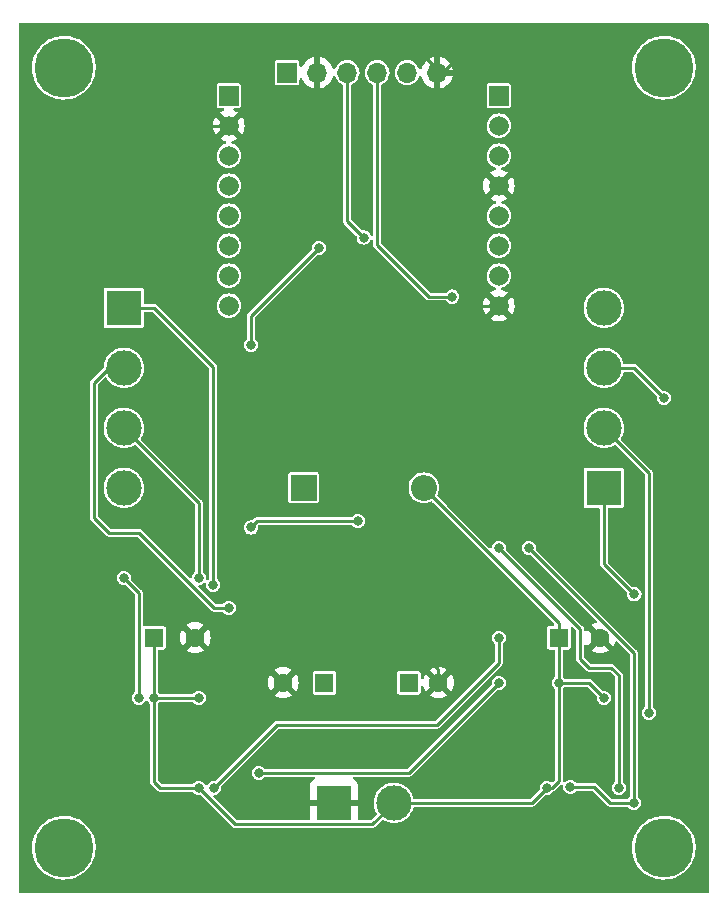
<source format=gbl>
G04 #@! TF.GenerationSoftware,KiCad,Pcbnew,(6.0.8)*
G04 #@! TF.CreationDate,2022-12-02T13:55:39+01:00*
G04 #@! TF.ProjectId,xy-systeem,78792d73-7973-4746-9565-6d2e6b696361,rev?*
G04 #@! TF.SameCoordinates,Original*
G04 #@! TF.FileFunction,Copper,L2,Bot*
G04 #@! TF.FilePolarity,Positive*
%FSLAX46Y46*%
G04 Gerber Fmt 4.6, Leading zero omitted, Abs format (unit mm)*
G04 Created by KiCad (PCBNEW (6.0.8)) date 2022-12-02 13:55:39*
%MOMM*%
%LPD*%
G01*
G04 APERTURE LIST*
G04 #@! TA.AperFunction,ComponentPad*
%ADD10C,5.000000*%
G04 #@! TD*
G04 #@! TA.AperFunction,ComponentPad*
%ADD11R,2.200000X2.200000*%
G04 #@! TD*
G04 #@! TA.AperFunction,ComponentPad*
%ADD12O,2.200000X2.200000*%
G04 #@! TD*
G04 #@! TA.AperFunction,ComponentPad*
%ADD13R,1.600000X1.600000*%
G04 #@! TD*
G04 #@! TA.AperFunction,ComponentPad*
%ADD14C,1.600000*%
G04 #@! TD*
G04 #@! TA.AperFunction,ComponentPad*
%ADD15R,1.700000X1.700000*%
G04 #@! TD*
G04 #@! TA.AperFunction,ComponentPad*
%ADD16O,1.700000X1.700000*%
G04 #@! TD*
G04 #@! TA.AperFunction,ComponentPad*
%ADD17R,3.000000X3.000000*%
G04 #@! TD*
G04 #@! TA.AperFunction,ComponentPad*
%ADD18C,3.000000*%
G04 #@! TD*
G04 #@! TA.AperFunction,ComponentPad*
%ADD19C,1.665000*%
G04 #@! TD*
G04 #@! TA.AperFunction,ComponentPad*
%ADD20R,1.665000X1.665000*%
G04 #@! TD*
G04 #@! TA.AperFunction,ViaPad*
%ADD21C,0.800000*%
G04 #@! TD*
G04 #@! TA.AperFunction,Conductor*
%ADD22C,0.250000*%
G04 #@! TD*
G04 APERTURE END LIST*
D10*
X168910000Y-137160000D03*
D11*
X138430000Y-106680000D03*
D12*
X148590000Y-106680000D03*
D10*
X118110000Y-71120000D03*
D13*
X125730000Y-119380000D03*
D14*
X129230000Y-119380000D03*
D15*
X137013682Y-71541861D03*
D16*
X139553682Y-71541861D03*
X142093682Y-71541861D03*
X144633682Y-71541861D03*
X147173682Y-71541861D03*
X149713682Y-71541861D03*
D17*
X123190000Y-91440000D03*
D18*
X123190000Y-96520000D03*
X123190000Y-101600000D03*
X123190000Y-106680000D03*
D19*
X132080000Y-91260000D03*
X132080000Y-88720000D03*
X132080000Y-86180000D03*
X132080000Y-83640000D03*
X132080000Y-81100000D03*
X132080000Y-78560000D03*
X132080000Y-76020000D03*
D20*
X132080000Y-73480000D03*
X154940000Y-73480000D03*
D19*
X154940000Y-76020000D03*
X154940000Y-78560000D03*
X154940000Y-81100000D03*
X154940000Y-83640000D03*
X154940000Y-86180000D03*
X154940000Y-88720000D03*
X154940000Y-91260000D03*
D10*
X118110000Y-137160000D03*
D17*
X140970000Y-133350000D03*
D18*
X146050000Y-133350000D03*
D13*
X147320000Y-123190000D03*
D14*
X149820000Y-123190000D03*
D13*
X140180000Y-123190000D03*
D14*
X136680000Y-123190000D03*
D10*
X168910000Y-71120000D03*
D13*
X160020000Y-119380000D03*
D14*
X163520000Y-119380000D03*
D17*
X163830000Y-106680000D03*
D18*
X163830000Y-101600000D03*
X163830000Y-96520000D03*
X163830000Y-91440000D03*
D21*
X130764126Y-114904206D03*
X132080000Y-116840000D03*
X129540000Y-114300000D03*
X123190000Y-114300000D03*
X124460000Y-124460000D03*
X166420610Y-115709120D03*
X167640000Y-125730000D03*
X168910000Y-99060000D03*
X143500000Y-117000000D03*
X163830000Y-124460000D03*
X129540000Y-132080000D03*
X125730000Y-124460000D03*
X160020000Y-123190000D03*
X129540000Y-124460000D03*
X159000000Y-132080000D03*
X130810000Y-132080000D03*
X154940000Y-111760000D03*
X154940000Y-119380000D03*
X165100000Y-132080000D03*
X143500000Y-85500000D03*
X157480000Y-111760000D03*
X154940000Y-123190000D03*
X166370000Y-133350000D03*
X161000000Y-132000000D03*
X134620000Y-130810000D03*
X133954599Y-110045401D03*
X143000000Y-109500000D03*
X139700000Y-86360000D03*
X133954599Y-94584599D03*
X151000000Y-90500000D03*
D22*
X130764126Y-114904206D02*
X130764126Y-96474126D01*
X130764126Y-96474126D02*
X125730000Y-91440000D01*
X125730000Y-91440000D02*
X123190000Y-91440000D01*
X124460000Y-110490000D02*
X121920000Y-110490000D01*
X120650000Y-109220000D02*
X120650000Y-97790000D01*
X120650000Y-97790000D02*
X121920000Y-96520000D01*
X121920000Y-110490000D02*
X120650000Y-109220000D01*
X132080000Y-116840000D02*
X130810000Y-116840000D01*
X130810000Y-116840000D02*
X124460000Y-110490000D01*
X121920000Y-96520000D02*
X123190000Y-96520000D01*
X129540000Y-107950000D02*
X123190000Y-101600000D01*
X129540000Y-114300000D02*
X129540000Y-107950000D01*
X124460000Y-115570000D02*
X123190000Y-114300000D01*
X124460000Y-124460000D02*
X124460000Y-115570000D01*
X163830000Y-113118510D02*
X166420610Y-115709120D01*
X163830000Y-106680000D02*
X163830000Y-113118510D01*
X167640000Y-105410000D02*
X167640000Y-125730000D01*
X163830000Y-101600000D02*
X167640000Y-105410000D01*
X166370000Y-96520000D02*
X168910000Y-99060000D01*
X163830000Y-96520000D02*
X166370000Y-96520000D01*
X154940000Y-81100000D02*
X157500000Y-78540000D01*
X152400000Y-83640000D02*
X154940000Y-81100000D01*
X148350000Y-69850000D02*
X139700000Y-69850000D01*
X130520000Y-76020000D02*
X132080000Y-76020000D01*
X157500000Y-72000000D02*
X156000000Y-70500000D01*
X153490000Y-91260000D02*
X152400000Y-90170000D01*
X147165000Y-116835000D02*
X147165000Y-116335000D01*
X151200000Y-70500000D02*
X149700000Y-72000000D01*
X154940000Y-91260000D02*
X147165000Y-99035000D01*
X131650000Y-69850000D02*
X130000000Y-71500000D01*
X139553682Y-69996318D02*
X139700000Y-69850000D01*
X147165000Y-99035000D02*
X147165000Y-116335000D01*
X149700000Y-71200000D02*
X148350000Y-69850000D01*
X152400000Y-90170000D02*
X152400000Y-83640000D01*
X149700000Y-72000000D02*
X149700000Y-71200000D01*
X147000000Y-117000000D02*
X147165000Y-116835000D01*
X156000000Y-70500000D02*
X151200000Y-70500000D01*
X139553682Y-71541861D02*
X139553682Y-69996318D01*
X149820000Y-121990000D02*
X149820000Y-123190000D01*
X154940000Y-91260000D02*
X153490000Y-91260000D01*
X157500000Y-78540000D02*
X157500000Y-72000000D01*
X147165000Y-119335000D02*
X149820000Y-121990000D01*
X147165000Y-116335000D02*
X147165000Y-119335000D01*
X143500000Y-117000000D02*
X147000000Y-117000000D01*
X139700000Y-69850000D02*
X131650000Y-69850000D01*
X130000000Y-71500000D02*
X130000000Y-75500000D01*
X130000000Y-75500000D02*
X130520000Y-76020000D01*
X160020000Y-119380000D02*
X160020000Y-123190000D01*
X129540000Y-124460000D02*
X125730000Y-124460000D01*
X159469348Y-132080000D02*
X160020000Y-131529348D01*
X148590000Y-106680000D02*
X160020000Y-118110000D01*
X157730000Y-133350000D02*
X146050000Y-133350000D01*
X125730000Y-119380000D02*
X125730000Y-124460000D01*
X125730000Y-124460000D02*
X125730000Y-131583017D01*
X125730000Y-131583017D02*
X126226983Y-132080000D01*
X162560000Y-123190000D02*
X163830000Y-124460000D01*
X160020000Y-131529348D02*
X160020000Y-123190000D01*
X160020000Y-123190000D02*
X162560000Y-123190000D01*
X146050000Y-133350000D02*
X144225000Y-135175000D01*
X159000000Y-132080000D02*
X157730000Y-133350000D01*
X144225000Y-135175000D02*
X132635000Y-135175000D01*
X159000000Y-132080000D02*
X159469348Y-132080000D01*
X126226983Y-132080000D02*
X129540000Y-132080000D01*
X132635000Y-135175000D02*
X129540000Y-132080000D01*
X160020000Y-118110000D02*
X160020000Y-119380000D01*
X149701813Y-126743827D02*
X154940000Y-121505640D01*
X165100000Y-132080000D02*
X165100000Y-122550991D01*
X142080000Y-84080000D02*
X143500000Y-85500000D01*
X165100000Y-122550991D02*
X164469009Y-121920000D01*
X162560000Y-121920000D02*
X161810375Y-121170375D01*
X161810375Y-121170375D02*
X161810375Y-120708525D01*
X136146173Y-126743827D02*
X149701813Y-126743827D01*
X164469009Y-121920000D02*
X162560000Y-121920000D01*
X161810375Y-118630375D02*
X154940000Y-111760000D01*
X161810375Y-120708525D02*
X161810375Y-118630375D01*
X130810000Y-132080000D02*
X136146173Y-126743827D01*
X142080000Y-72000000D02*
X142080000Y-84080000D01*
X154940000Y-121505640D02*
X154940000Y-119380000D01*
X134620000Y-130810000D02*
X147320000Y-130810000D01*
X166370000Y-120639009D02*
X157480000Y-111749009D01*
X164350000Y-133350000D02*
X166370000Y-133350000D01*
X161000000Y-132000000D02*
X163000000Y-132000000D01*
X163000000Y-132000000D02*
X164350000Y-133350000D01*
X147320000Y-130810000D02*
X154940000Y-123190000D01*
X166370000Y-133350000D02*
X166370000Y-120639009D01*
X133954599Y-92105401D02*
X139700000Y-86360000D01*
X143000000Y-109500000D02*
X134500000Y-109500000D01*
X134500000Y-109500000D02*
X133954599Y-110045401D01*
X133954599Y-94584599D02*
X133954599Y-92105401D01*
X144620000Y-72000000D02*
X144620000Y-86120000D01*
X149000000Y-90500000D02*
X151000000Y-90500000D01*
X144620000Y-86120000D02*
X149000000Y-90500000D01*
G04 #@! TA.AperFunction,Conductor*
G36*
X172661121Y-67331002D02*
G01*
X172707614Y-67384658D01*
X172719000Y-67437000D01*
X172719000Y-140843000D01*
X172698998Y-140911121D01*
X172645342Y-140957614D01*
X172593000Y-140969000D01*
X114427000Y-140969000D01*
X114358879Y-140948998D01*
X114312386Y-140895342D01*
X114301000Y-140843000D01*
X114301000Y-137131669D01*
X115404712Y-137131669D01*
X115420902Y-137456879D01*
X115421543Y-137460610D01*
X115421544Y-137460618D01*
X115436030Y-137544916D01*
X115476045Y-137777789D01*
X115477133Y-137781428D01*
X115477134Y-137781431D01*
X115500697Y-137860218D01*
X115569341Y-138089749D01*
X115699439Y-138388242D01*
X115864455Y-138668944D01*
X115866756Y-138671959D01*
X116059698Y-138924775D01*
X116059703Y-138924781D01*
X116061998Y-138927788D01*
X116289208Y-139161025D01*
X116542792Y-139365276D01*
X116819078Y-139537583D01*
X117114063Y-139675451D01*
X117423474Y-139776881D01*
X117742830Y-139840405D01*
X117746602Y-139840692D01*
X117746610Y-139840693D01*
X118063728Y-139864815D01*
X118063733Y-139864815D01*
X118067505Y-139865102D01*
X118392795Y-139850615D01*
X118713989Y-139797154D01*
X119026434Y-139705493D01*
X119325604Y-139576959D01*
X119328882Y-139575055D01*
X119328888Y-139575052D01*
X119492708Y-139479897D01*
X119607165Y-139413415D01*
X119867040Y-139217230D01*
X120101464Y-138991245D01*
X120103862Y-138988300D01*
X120304643Y-138741678D01*
X120304647Y-138741672D01*
X120307040Y-138738733D01*
X120480792Y-138463354D01*
X120620202Y-138169095D01*
X120723251Y-137860218D01*
X120788446Y-137541199D01*
X120814843Y-137216658D01*
X120815436Y-137160000D01*
X120813728Y-137131669D01*
X166204712Y-137131669D01*
X166220902Y-137456879D01*
X166221543Y-137460610D01*
X166221544Y-137460618D01*
X166236030Y-137544916D01*
X166276045Y-137777789D01*
X166277133Y-137781428D01*
X166277134Y-137781431D01*
X166300697Y-137860218D01*
X166369341Y-138089749D01*
X166499439Y-138388242D01*
X166664455Y-138668944D01*
X166666756Y-138671959D01*
X166859698Y-138924775D01*
X166859703Y-138924781D01*
X166861998Y-138927788D01*
X167089208Y-139161025D01*
X167342792Y-139365276D01*
X167619078Y-139537583D01*
X167914063Y-139675451D01*
X168223474Y-139776881D01*
X168542830Y-139840405D01*
X168546602Y-139840692D01*
X168546610Y-139840693D01*
X168863728Y-139864815D01*
X168863733Y-139864815D01*
X168867505Y-139865102D01*
X169192795Y-139850615D01*
X169513989Y-139797154D01*
X169826434Y-139705493D01*
X170125604Y-139576959D01*
X170128882Y-139575055D01*
X170128888Y-139575052D01*
X170292708Y-139479897D01*
X170407165Y-139413415D01*
X170667040Y-139217230D01*
X170901464Y-138991245D01*
X170903862Y-138988300D01*
X171104643Y-138741678D01*
X171104647Y-138741672D01*
X171107040Y-138738733D01*
X171280792Y-138463354D01*
X171420202Y-138169095D01*
X171523251Y-137860218D01*
X171588446Y-137541199D01*
X171614843Y-137216658D01*
X171615436Y-137160000D01*
X171595841Y-136834977D01*
X171591399Y-136810651D01*
X171538025Y-136518404D01*
X171537342Y-136514663D01*
X171440784Y-136203696D01*
X171307567Y-135906582D01*
X171139621Y-135627624D01*
X171137294Y-135624640D01*
X171137289Y-135624633D01*
X170941713Y-135373858D01*
X170941711Y-135373856D01*
X170939377Y-135370863D01*
X170709738Y-135140018D01*
X170600916Y-135054229D01*
X170457010Y-134940783D01*
X170454029Y-134938433D01*
X170175954Y-134769029D01*
X170057453Y-134715150D01*
X169882994Y-134635827D01*
X169882986Y-134635824D01*
X169879542Y-134634258D01*
X169569085Y-134536073D01*
X169427071Y-134509368D01*
X169252805Y-134476597D01*
X169252800Y-134476596D01*
X169249081Y-134475897D01*
X168924166Y-134454601D01*
X168920386Y-134454809D01*
X168920385Y-134454809D01*
X168823156Y-134460160D01*
X168599045Y-134472494D01*
X168595318Y-134473155D01*
X168595314Y-134473155D01*
X168336625Y-134519001D01*
X168278429Y-134529315D01*
X168274804Y-134530420D01*
X168274799Y-134530421D01*
X168147229Y-134569302D01*
X167966961Y-134624244D01*
X167963497Y-134625775D01*
X167963490Y-134625778D01*
X167779938Y-134706926D01*
X167669153Y-134755903D01*
X167665899Y-134757839D01*
X167665893Y-134757842D01*
X167407358Y-134911654D01*
X167389319Y-134922386D01*
X167386318Y-134924701D01*
X167386314Y-134924704D01*
X167294394Y-134995620D01*
X167131513Y-135121282D01*
X167128812Y-135123941D01*
X167128805Y-135123947D01*
X166902177Y-135347044D01*
X166899469Y-135349710D01*
X166897105Y-135352677D01*
X166897102Y-135352680D01*
X166776311Y-135504264D01*
X166696548Y-135604360D01*
X166525690Y-135881544D01*
X166389369Y-136177247D01*
X166388210Y-136180848D01*
X166388207Y-136180854D01*
X166379682Y-136207327D01*
X166289560Y-136487185D01*
X166288841Y-136490901D01*
X166288839Y-136490909D01*
X166228428Y-136803151D01*
X166228427Y-136803160D01*
X166227709Y-136806870D01*
X166227442Y-136810646D01*
X166227441Y-136810651D01*
X166225719Y-136834977D01*
X166204712Y-137131669D01*
X120813728Y-137131669D01*
X120795841Y-136834977D01*
X120791399Y-136810651D01*
X120738025Y-136518404D01*
X120737342Y-136514663D01*
X120640784Y-136203696D01*
X120507567Y-135906582D01*
X120339621Y-135627624D01*
X120337294Y-135624640D01*
X120337289Y-135624633D01*
X120141713Y-135373858D01*
X120141711Y-135373856D01*
X120139377Y-135370863D01*
X119909738Y-135140018D01*
X119800916Y-135054229D01*
X119657010Y-134940783D01*
X119654029Y-134938433D01*
X119375954Y-134769029D01*
X119257453Y-134715150D01*
X119082994Y-134635827D01*
X119082986Y-134635824D01*
X119079542Y-134634258D01*
X118769085Y-134536073D01*
X118627071Y-134509368D01*
X118452805Y-134476597D01*
X118452800Y-134476596D01*
X118449081Y-134475897D01*
X118124166Y-134454601D01*
X118120386Y-134454809D01*
X118120385Y-134454809D01*
X118023156Y-134460160D01*
X117799045Y-134472494D01*
X117795318Y-134473155D01*
X117795314Y-134473155D01*
X117536625Y-134519001D01*
X117478429Y-134529315D01*
X117474804Y-134530420D01*
X117474799Y-134530421D01*
X117347229Y-134569302D01*
X117166961Y-134624244D01*
X117163497Y-134625775D01*
X117163490Y-134625778D01*
X116979938Y-134706926D01*
X116869153Y-134755903D01*
X116865899Y-134757839D01*
X116865893Y-134757842D01*
X116607358Y-134911654D01*
X116589319Y-134922386D01*
X116586318Y-134924701D01*
X116586314Y-134924704D01*
X116494394Y-134995620D01*
X116331513Y-135121282D01*
X116328812Y-135123941D01*
X116328805Y-135123947D01*
X116102177Y-135347044D01*
X116099469Y-135349710D01*
X116097105Y-135352677D01*
X116097102Y-135352680D01*
X115976311Y-135504264D01*
X115896548Y-135604360D01*
X115725690Y-135881544D01*
X115589369Y-136177247D01*
X115588210Y-136180848D01*
X115588207Y-136180854D01*
X115579682Y-136207327D01*
X115489560Y-136487185D01*
X115488841Y-136490901D01*
X115488839Y-136490909D01*
X115428428Y-136803151D01*
X115428427Y-136803160D01*
X115427709Y-136806870D01*
X115427442Y-136810646D01*
X115427441Y-136810651D01*
X115425719Y-136834977D01*
X115404712Y-137131669D01*
X114301000Y-137131669D01*
X114301000Y-114300000D01*
X122584318Y-114300000D01*
X122604956Y-114456762D01*
X122665464Y-114602841D01*
X122761718Y-114728282D01*
X122887159Y-114824536D01*
X123033238Y-114885044D01*
X123190000Y-114905682D01*
X123256842Y-114896882D01*
X123326989Y-114907821D01*
X123362383Y-114932709D01*
X124097596Y-115667923D01*
X124131621Y-115730235D01*
X124134500Y-115757018D01*
X124134500Y-123890714D01*
X124114498Y-123958835D01*
X124085204Y-123990677D01*
X124031718Y-124031718D01*
X123935464Y-124157159D01*
X123874956Y-124303238D01*
X123854318Y-124460000D01*
X123874956Y-124616762D01*
X123935464Y-124762841D01*
X124031718Y-124888282D01*
X124157159Y-124984536D01*
X124303238Y-125045044D01*
X124460000Y-125065682D01*
X124468188Y-125064604D01*
X124608574Y-125046122D01*
X124616762Y-125045044D01*
X124762841Y-124984536D01*
X124888282Y-124888282D01*
X124984536Y-124762841D01*
X124986728Y-124757550D01*
X125037262Y-124709364D01*
X125106975Y-124695926D01*
X125172886Y-124722312D01*
X125203137Y-124757224D01*
X125205464Y-124762841D01*
X125301718Y-124888282D01*
X125308264Y-124893305D01*
X125355204Y-124929323D01*
X125397071Y-124986661D01*
X125404500Y-125029286D01*
X125404500Y-131563307D01*
X125404020Y-131574289D01*
X125401782Y-131599872D01*
X125400736Y-131611824D01*
X125410080Y-131646695D01*
X125410491Y-131648227D01*
X125412870Y-131658959D01*
X125419412Y-131696062D01*
X125424923Y-131705607D01*
X125426115Y-131708883D01*
X125427592Y-131712051D01*
X125430446Y-131722701D01*
X125437235Y-131732396D01*
X125452055Y-131753561D01*
X125457961Y-131762832D01*
X125465379Y-131775680D01*
X125476806Y-131795472D01*
X125503282Y-131817688D01*
X125505682Y-131819702D01*
X125513785Y-131827128D01*
X125982872Y-132296215D01*
X125990298Y-132304318D01*
X126014528Y-132333194D01*
X126024077Y-132338707D01*
X126047168Y-132352039D01*
X126056439Y-132357945D01*
X126087299Y-132379554D01*
X126097950Y-132382408D01*
X126101123Y-132383888D01*
X126104395Y-132385079D01*
X126113938Y-132390588D01*
X126151059Y-132397134D01*
X126161766Y-132399508D01*
X126198176Y-132409263D01*
X126209151Y-132408303D01*
X126209153Y-132408303D01*
X126235714Y-132405979D01*
X126246695Y-132405500D01*
X128970714Y-132405500D01*
X129038835Y-132425502D01*
X129070677Y-132454796D01*
X129111718Y-132508282D01*
X129237159Y-132604536D01*
X129383238Y-132665044D01*
X129540000Y-132685682D01*
X129606843Y-132676882D01*
X129676990Y-132687821D01*
X129712383Y-132712709D01*
X132390889Y-135391215D01*
X132398315Y-135399318D01*
X132422545Y-135428194D01*
X132432094Y-135433707D01*
X132455185Y-135447039D01*
X132464456Y-135452945D01*
X132495316Y-135474554D01*
X132505966Y-135477408D01*
X132509134Y-135478885D01*
X132512410Y-135480077D01*
X132521955Y-135485588D01*
X132555699Y-135491538D01*
X132559058Y-135492130D01*
X132569785Y-135494508D01*
X132606193Y-135504264D01*
X132617178Y-135503303D01*
X132617180Y-135503303D01*
X132643728Y-135500980D01*
X132654710Y-135500500D01*
X144205290Y-135500500D01*
X144216272Y-135500980D01*
X144242820Y-135503303D01*
X144242822Y-135503303D01*
X144253807Y-135504264D01*
X144290215Y-135494508D01*
X144300942Y-135492130D01*
X144304301Y-135491538D01*
X144338045Y-135485588D01*
X144347590Y-135480077D01*
X144350866Y-135478885D01*
X144354034Y-135477408D01*
X144364684Y-135474554D01*
X144395544Y-135452945D01*
X144404815Y-135447039D01*
X144427906Y-135433707D01*
X144437455Y-135428194D01*
X144461685Y-135399317D01*
X144469111Y-135391215D01*
X145026878Y-134833448D01*
X145089190Y-134799422D01*
X145160005Y-134804487D01*
X145174631Y-134811031D01*
X145370026Y-134913833D01*
X145608644Y-134997162D01*
X145613237Y-134998034D01*
X145852369Y-135043435D01*
X145852372Y-135043435D01*
X145856958Y-135044306D01*
X145977081Y-135049026D01*
X146104845Y-135054046D01*
X146104850Y-135054046D01*
X146109513Y-135054229D01*
X146187657Y-135045671D01*
X146356107Y-135027223D01*
X146356112Y-135027222D01*
X146360760Y-135026713D01*
X146478861Y-134995620D01*
X146600658Y-134963554D01*
X146600661Y-134963553D01*
X146605181Y-134962363D01*
X146837405Y-134862591D01*
X146944774Y-134796149D01*
X147048358Y-134732050D01*
X147048362Y-134732047D01*
X147052331Y-134729591D01*
X147245238Y-134566283D01*
X147324505Y-134475897D01*
X147408806Y-134379771D01*
X147408810Y-134379766D01*
X147411888Y-134376256D01*
X147422565Y-134359657D01*
X147546094Y-134167610D01*
X147546096Y-134167607D01*
X147548619Y-134163684D01*
X147652428Y-133933236D01*
X147696129Y-133778282D01*
X147699227Y-133767299D01*
X147736968Y-133707165D01*
X147801230Y-133676982D01*
X147820496Y-133675500D01*
X157710290Y-133675500D01*
X157721272Y-133675980D01*
X157747820Y-133678303D01*
X157747822Y-133678303D01*
X157758807Y-133679264D01*
X157795215Y-133669508D01*
X157805942Y-133667130D01*
X157809301Y-133666538D01*
X157843045Y-133660588D01*
X157852590Y-133655077D01*
X157855866Y-133653885D01*
X157859034Y-133652408D01*
X157869684Y-133649554D01*
X157900550Y-133627941D01*
X157909815Y-133622039D01*
X157932910Y-133608705D01*
X157932911Y-133608704D01*
X157942455Y-133603194D01*
X157966685Y-133574319D01*
X157974110Y-133566217D01*
X158827618Y-132712709D01*
X158889930Y-132678683D01*
X158933158Y-132676882D01*
X159000000Y-132685682D01*
X159008188Y-132684604D01*
X159148574Y-132666122D01*
X159156762Y-132665044D01*
X159302841Y-132604536D01*
X159402981Y-132527696D01*
X159421731Y-132513309D01*
X159421732Y-132513308D01*
X159428282Y-132508282D01*
X159478779Y-132442472D01*
X159536117Y-132400604D01*
X159556862Y-132395090D01*
X159563267Y-132393960D01*
X159571539Y-132392502D01*
X159571540Y-132392502D01*
X159582393Y-132390588D01*
X159591937Y-132385078D01*
X159595214Y-132383885D01*
X159598382Y-132382408D01*
X159609032Y-132379554D01*
X159639892Y-132357945D01*
X159649163Y-132352039D01*
X159672254Y-132338707D01*
X159681803Y-132333194D01*
X159706033Y-132304317D01*
X159713459Y-132296215D01*
X160190169Y-131819505D01*
X160252481Y-131785479D01*
X160323296Y-131790544D01*
X160380132Y-131833091D01*
X160404943Y-131899611D01*
X160404186Y-131925044D01*
X160394318Y-132000000D01*
X160414956Y-132156762D01*
X160475464Y-132302841D01*
X160571718Y-132428282D01*
X160697159Y-132524536D01*
X160843238Y-132585044D01*
X161000000Y-132605682D01*
X161008188Y-132604604D01*
X161148574Y-132586122D01*
X161156762Y-132585044D01*
X161302841Y-132524536D01*
X161428282Y-132428282D01*
X161469323Y-132374796D01*
X161526661Y-132332929D01*
X161569286Y-132325500D01*
X162812984Y-132325500D01*
X162881105Y-132345502D01*
X162902079Y-132362405D01*
X163514877Y-132975204D01*
X164105895Y-133566222D01*
X164113316Y-133574319D01*
X164137545Y-133603194D01*
X164147088Y-133608704D01*
X164147092Y-133608707D01*
X164170179Y-133622036D01*
X164179448Y-133627940D01*
X164210316Y-133649554D01*
X164220964Y-133652407D01*
X164224135Y-133653886D01*
X164227411Y-133655078D01*
X164236955Y-133660588D01*
X164274076Y-133667134D01*
X164284783Y-133669508D01*
X164321193Y-133679263D01*
X164332168Y-133678303D01*
X164332170Y-133678303D01*
X164358731Y-133675979D01*
X164369712Y-133675500D01*
X165800714Y-133675500D01*
X165868835Y-133695502D01*
X165900677Y-133724796D01*
X165941718Y-133778282D01*
X166067159Y-133874536D01*
X166213238Y-133935044D01*
X166221426Y-133936122D01*
X166291619Y-133945363D01*
X166370000Y-133955682D01*
X166378188Y-133954604D01*
X166518574Y-133936122D01*
X166526762Y-133935044D01*
X166672841Y-133874536D01*
X166798282Y-133778282D01*
X166894536Y-133652841D01*
X166955044Y-133506762D01*
X166975682Y-133350000D01*
X166955044Y-133193238D01*
X166894536Y-133047159D01*
X166798282Y-132921718D01*
X166744796Y-132880677D01*
X166702929Y-132823339D01*
X166695500Y-132780714D01*
X166695500Y-120658719D01*
X166695980Y-120647737D01*
X166698303Y-120621189D01*
X166698303Y-120621187D01*
X166699264Y-120610202D01*
X166689508Y-120573794D01*
X166687130Y-120563067D01*
X166686538Y-120559708D01*
X166680588Y-120525964D01*
X166675077Y-120516419D01*
X166673885Y-120513143D01*
X166672408Y-120509975D01*
X166669554Y-120499325D01*
X166647945Y-120468465D01*
X166642039Y-120459194D01*
X166628707Y-120436103D01*
X166623194Y-120426554D01*
X166594317Y-120402324D01*
X166586215Y-120394898D01*
X158113988Y-111922671D01*
X158079962Y-111860359D01*
X158078161Y-111817130D01*
X158084604Y-111768189D01*
X158084604Y-111768188D01*
X158085682Y-111760000D01*
X158065044Y-111603238D01*
X158004536Y-111457159D01*
X157908282Y-111331718D01*
X157782841Y-111235464D01*
X157636762Y-111174956D01*
X157480000Y-111154318D01*
X157323238Y-111174956D01*
X157177159Y-111235464D01*
X157051718Y-111331718D01*
X156955464Y-111457159D01*
X156894956Y-111603238D01*
X156874318Y-111760000D01*
X156894956Y-111916762D01*
X156955464Y-112062841D01*
X157051718Y-112188282D01*
X157177159Y-112284536D01*
X157323238Y-112345044D01*
X157480000Y-112365682D01*
X157556555Y-112355603D01*
X157626702Y-112366542D01*
X157662095Y-112391430D01*
X163189432Y-117918767D01*
X163223458Y-117981079D01*
X163218393Y-118051894D01*
X163175846Y-118108730D01*
X163132948Y-118129569D01*
X163076239Y-118144764D01*
X163065947Y-118148510D01*
X162868489Y-118240586D01*
X162858994Y-118246069D01*
X162806952Y-118282509D01*
X162798576Y-118292988D01*
X162805644Y-118306434D01*
X164594287Y-120095077D01*
X164606062Y-120101507D01*
X164618077Y-120092211D01*
X164653931Y-120041006D01*
X164659414Y-120031511D01*
X164751490Y-119834053D01*
X164755236Y-119823761D01*
X164770431Y-119767052D01*
X164807383Y-119706429D01*
X164871244Y-119675408D01*
X164941738Y-119683836D01*
X164981233Y-119710568D01*
X166007595Y-120736930D01*
X166041621Y-120799242D01*
X166044500Y-120826025D01*
X166044500Y-132780714D01*
X166024498Y-132848835D01*
X165995204Y-132880677D01*
X165941718Y-132921718D01*
X165936695Y-132928264D01*
X165900677Y-132975204D01*
X165843339Y-133017071D01*
X165800714Y-133024500D01*
X164537017Y-133024500D01*
X164468896Y-133004498D01*
X164447922Y-132987595D01*
X163244110Y-131783784D01*
X163236683Y-131775680D01*
X163231549Y-131769562D01*
X163212455Y-131746806D01*
X163202906Y-131741293D01*
X163179815Y-131727961D01*
X163170544Y-131722055D01*
X163148715Y-131706770D01*
X163139684Y-131700446D01*
X163129034Y-131697592D01*
X163125866Y-131696115D01*
X163122590Y-131694923D01*
X163113045Y-131689412D01*
X163078414Y-131683306D01*
X163075942Y-131682870D01*
X163065215Y-131680492D01*
X163028807Y-131670736D01*
X163017822Y-131671697D01*
X163017820Y-131671697D01*
X162991272Y-131674020D01*
X162980290Y-131674500D01*
X161569286Y-131674500D01*
X161501165Y-131654498D01*
X161469323Y-131625204D01*
X161433305Y-131578264D01*
X161428282Y-131571718D01*
X161302841Y-131475464D01*
X161156762Y-131414956D01*
X161000000Y-131394318D01*
X160843238Y-131414956D01*
X160697159Y-131475464D01*
X160571718Y-131571718D01*
X160566695Y-131578264D01*
X160560850Y-131584109D01*
X160558366Y-131581625D01*
X160514069Y-131613937D01*
X160443196Y-131618126D01*
X160381309Y-131583333D01*
X160348058Y-131520604D01*
X160345500Y-131495346D01*
X160345500Y-123759286D01*
X160365502Y-123691165D01*
X160394796Y-123659323D01*
X160441736Y-123623305D01*
X160448282Y-123618282D01*
X160489323Y-123564796D01*
X160546661Y-123522929D01*
X160589286Y-123515500D01*
X162372983Y-123515500D01*
X162441104Y-123535502D01*
X162462079Y-123552405D01*
X163197292Y-124287619D01*
X163231317Y-124349931D01*
X163233118Y-124393158D01*
X163224318Y-124460000D01*
X163244956Y-124616762D01*
X163305464Y-124762841D01*
X163401718Y-124888282D01*
X163527159Y-124984536D01*
X163673238Y-125045044D01*
X163830000Y-125065682D01*
X163838188Y-125064604D01*
X163978574Y-125046122D01*
X163986762Y-125045044D01*
X164132841Y-124984536D01*
X164258282Y-124888282D01*
X164354536Y-124762841D01*
X164415044Y-124616762D01*
X164435682Y-124460000D01*
X164415044Y-124303238D01*
X164354536Y-124157159D01*
X164258282Y-124031718D01*
X164132841Y-123935464D01*
X163986762Y-123874956D01*
X163830000Y-123854318D01*
X163763159Y-123863118D01*
X163693012Y-123852179D01*
X163657619Y-123827292D01*
X162804105Y-122973779D01*
X162796678Y-122965674D01*
X162779541Y-122945251D01*
X162779542Y-122945251D01*
X162772455Y-122936806D01*
X162762906Y-122931293D01*
X162739815Y-122917961D01*
X162730544Y-122912055D01*
X162708715Y-122896770D01*
X162699684Y-122890446D01*
X162689034Y-122887592D01*
X162685866Y-122886115D01*
X162682590Y-122884923D01*
X162673045Y-122879412D01*
X162639301Y-122873462D01*
X162635942Y-122872870D01*
X162625215Y-122870492D01*
X162588807Y-122860736D01*
X162577822Y-122861697D01*
X162577820Y-122861697D01*
X162551272Y-122864020D01*
X162540290Y-122864500D01*
X160589286Y-122864500D01*
X160521165Y-122844498D01*
X160489323Y-122815204D01*
X160453305Y-122768264D01*
X160448282Y-122761718D01*
X160394796Y-122720677D01*
X160352929Y-122663339D01*
X160345500Y-122620714D01*
X160345500Y-120506500D01*
X160365502Y-120438379D01*
X160419158Y-120391886D01*
X160471500Y-120380500D01*
X160839748Y-120380500D01*
X160845816Y-120379293D01*
X160886061Y-120371288D01*
X160886062Y-120371288D01*
X160898231Y-120368867D01*
X160964552Y-120324552D01*
X161008867Y-120258231D01*
X161020500Y-120199748D01*
X161020500Y-118605016D01*
X161040502Y-118536895D01*
X161094158Y-118490402D01*
X161164432Y-118480298D01*
X161229012Y-118509792D01*
X161235595Y-118515921D01*
X161447970Y-118728296D01*
X161481996Y-118790608D01*
X161484875Y-118817391D01*
X161484875Y-121150665D01*
X161484395Y-121161647D01*
X161481111Y-121199182D01*
X161483965Y-121209831D01*
X161490866Y-121235585D01*
X161493245Y-121246317D01*
X161499787Y-121283420D01*
X161505298Y-121292965D01*
X161506490Y-121296241D01*
X161507967Y-121299409D01*
X161510821Y-121310059D01*
X161517145Y-121319090D01*
X161532430Y-121340919D01*
X161538336Y-121350190D01*
X161550244Y-121370814D01*
X161557181Y-121382830D01*
X161565626Y-121389916D01*
X161586057Y-121407060D01*
X161594160Y-121414486D01*
X162315889Y-122136215D01*
X162323316Y-122144319D01*
X162347545Y-122173194D01*
X162357094Y-122178707D01*
X162380185Y-122192039D01*
X162389456Y-122197945D01*
X162420316Y-122219554D01*
X162430966Y-122222408D01*
X162434134Y-122223885D01*
X162437410Y-122225077D01*
X162446955Y-122230588D01*
X162480699Y-122236538D01*
X162484058Y-122237130D01*
X162494785Y-122239508D01*
X162531193Y-122249264D01*
X162542169Y-122248304D01*
X162542172Y-122248304D01*
X162568743Y-122245979D01*
X162579724Y-122245500D01*
X164281993Y-122245500D01*
X164350114Y-122265502D01*
X164371088Y-122282405D01*
X164737595Y-122648912D01*
X164771621Y-122711224D01*
X164774500Y-122738007D01*
X164774500Y-131510714D01*
X164754498Y-131578835D01*
X164725204Y-131610677D01*
X164671718Y-131651718D01*
X164666695Y-131658264D01*
X164657125Y-131670736D01*
X164575464Y-131777159D01*
X164514956Y-131923238D01*
X164494318Y-132080000D01*
X164514956Y-132236762D01*
X164575464Y-132382841D01*
X164671718Y-132508282D01*
X164797159Y-132604536D01*
X164943238Y-132665044D01*
X165100000Y-132685682D01*
X165108188Y-132684604D01*
X165248574Y-132666122D01*
X165256762Y-132665044D01*
X165402841Y-132604536D01*
X165528282Y-132508282D01*
X165624536Y-132382841D01*
X165685044Y-132236762D01*
X165705682Y-132080000D01*
X165685044Y-131923238D01*
X165624536Y-131777159D01*
X165542875Y-131670736D01*
X165533305Y-131658264D01*
X165528282Y-131651718D01*
X165474796Y-131610677D01*
X165432929Y-131553339D01*
X165425500Y-131510714D01*
X165425500Y-122570701D01*
X165425980Y-122559719D01*
X165428303Y-122533171D01*
X165428303Y-122533169D01*
X165429264Y-122522184D01*
X165419508Y-122485776D01*
X165417130Y-122475049D01*
X165416538Y-122471690D01*
X165410588Y-122437946D01*
X165405077Y-122428401D01*
X165403885Y-122425125D01*
X165402408Y-122421957D01*
X165399554Y-122411307D01*
X165377945Y-122380447D01*
X165372039Y-122371176D01*
X165358707Y-122348085D01*
X165353194Y-122338536D01*
X165324317Y-122314306D01*
X165316215Y-122306880D01*
X164713120Y-121703785D01*
X164705693Y-121695681D01*
X164688550Y-121675251D01*
X164688551Y-121675251D01*
X164681464Y-121666806D01*
X164671915Y-121661293D01*
X164648824Y-121647961D01*
X164639553Y-121642055D01*
X164617724Y-121626770D01*
X164608693Y-121620446D01*
X164598043Y-121617592D01*
X164594875Y-121616115D01*
X164591599Y-121614923D01*
X164582054Y-121609412D01*
X164548310Y-121603462D01*
X164544951Y-121602870D01*
X164534224Y-121600492D01*
X164497816Y-121590736D01*
X164486831Y-121591697D01*
X164486829Y-121591697D01*
X164460281Y-121594020D01*
X164449299Y-121594500D01*
X162747016Y-121594500D01*
X162678895Y-121574498D01*
X162657921Y-121557595D01*
X162172780Y-121072454D01*
X162138754Y-121010142D01*
X162135875Y-120983359D01*
X162135875Y-120466062D01*
X162798493Y-120466062D01*
X162807789Y-120478077D01*
X162858994Y-120513931D01*
X162868489Y-120519414D01*
X163065947Y-120611490D01*
X163076239Y-120615236D01*
X163286688Y-120671625D01*
X163297481Y-120673528D01*
X163514525Y-120692517D01*
X163525475Y-120692517D01*
X163742519Y-120673528D01*
X163753312Y-120671625D01*
X163963761Y-120615236D01*
X163974053Y-120611490D01*
X164171511Y-120519414D01*
X164181006Y-120513931D01*
X164233048Y-120477491D01*
X164241424Y-120467012D01*
X164234356Y-120453566D01*
X163532812Y-119752022D01*
X163518868Y-119744408D01*
X163517035Y-119744539D01*
X163510420Y-119748790D01*
X162804923Y-120454287D01*
X162798493Y-120466062D01*
X162135875Y-120466062D01*
X162135875Y-120075075D01*
X162155877Y-120006954D01*
X162209533Y-119960461D01*
X162279807Y-119950357D01*
X162344387Y-119979851D01*
X162376070Y-120021826D01*
X162380584Y-120031507D01*
X162386069Y-120041006D01*
X162422509Y-120093048D01*
X162432988Y-120101424D01*
X162446434Y-120094356D01*
X163147978Y-119392812D01*
X163155592Y-119378868D01*
X163155461Y-119377035D01*
X163151210Y-119370420D01*
X162445713Y-118664923D01*
X162433938Y-118658493D01*
X162421923Y-118667789D01*
X162386069Y-118718994D01*
X162380584Y-118728493D01*
X162376070Y-118738174D01*
X162329153Y-118791460D01*
X162260876Y-118810921D01*
X162192916Y-118790380D01*
X162146850Y-118736357D01*
X162135875Y-118684925D01*
X162135875Y-118650086D01*
X162136355Y-118639104D01*
X162138678Y-118612551D01*
X162139639Y-118601569D01*
X162136785Y-118590917D01*
X162129886Y-118565167D01*
X162127508Y-118554440D01*
X162122879Y-118528190D01*
X162122877Y-118528185D01*
X162120963Y-118517330D01*
X162115450Y-118507782D01*
X162114258Y-118504506D01*
X162112784Y-118501344D01*
X162109929Y-118490691D01*
X162088320Y-118459831D01*
X162082414Y-118450560D01*
X162069082Y-118427469D01*
X162063569Y-118417920D01*
X162034692Y-118393690D01*
X162026590Y-118386264D01*
X155572709Y-111932383D01*
X155538683Y-111870071D01*
X155536882Y-111826842D01*
X155544604Y-111768188D01*
X155545682Y-111760000D01*
X155525044Y-111603238D01*
X155464536Y-111457159D01*
X155368282Y-111331718D01*
X155242841Y-111235464D01*
X155096762Y-111174956D01*
X154940000Y-111154318D01*
X154783238Y-111174956D01*
X154637159Y-111235464D01*
X154511718Y-111331718D01*
X154415464Y-111457159D01*
X154354956Y-111603238D01*
X154353878Y-111611426D01*
X154343936Y-111686944D01*
X154315214Y-111751871D01*
X154255949Y-111790963D01*
X154184957Y-111791808D01*
X154129919Y-111759593D01*
X150570074Y-108199748D01*
X162129500Y-108199748D01*
X162141133Y-108258231D01*
X162185448Y-108324552D01*
X162251769Y-108368867D01*
X162263938Y-108371288D01*
X162263939Y-108371288D01*
X162304184Y-108379293D01*
X162310252Y-108380500D01*
X163378500Y-108380500D01*
X163446621Y-108400502D01*
X163493114Y-108454158D01*
X163504500Y-108506500D01*
X163504500Y-113098800D01*
X163504020Y-113109782D01*
X163500736Y-113147317D01*
X163503590Y-113157966D01*
X163510491Y-113183720D01*
X163512870Y-113194452D01*
X163519412Y-113231555D01*
X163524923Y-113241100D01*
X163526115Y-113244376D01*
X163527592Y-113247544D01*
X163530446Y-113258194D01*
X163536770Y-113267225D01*
X163552055Y-113289054D01*
X163557961Y-113298325D01*
X163571293Y-113321416D01*
X163576806Y-113330965D01*
X163585251Y-113338051D01*
X163605682Y-113355195D01*
X163613785Y-113362621D01*
X165787901Y-115536737D01*
X165821927Y-115599049D01*
X165823728Y-115642277D01*
X165814928Y-115709120D01*
X165835566Y-115865882D01*
X165896074Y-116011961D01*
X165992328Y-116137402D01*
X166117769Y-116233656D01*
X166263848Y-116294164D01*
X166420610Y-116314802D01*
X166428798Y-116313724D01*
X166569184Y-116295242D01*
X166577372Y-116294164D01*
X166723451Y-116233656D01*
X166848892Y-116137402D01*
X166945146Y-116011961D01*
X167005654Y-115865882D01*
X167026292Y-115709120D01*
X167005654Y-115552358D01*
X166945146Y-115406279D01*
X166848892Y-115280838D01*
X166723451Y-115184584D01*
X166577372Y-115124076D01*
X166420610Y-115103438D01*
X166353767Y-115112238D01*
X166283620Y-115101299D01*
X166248227Y-115076411D01*
X164192405Y-113020589D01*
X164158379Y-112958277D01*
X164155500Y-112931494D01*
X164155500Y-108506500D01*
X164175502Y-108438379D01*
X164229158Y-108391886D01*
X164281500Y-108380500D01*
X165349748Y-108380500D01*
X165355816Y-108379293D01*
X165396061Y-108371288D01*
X165396062Y-108371288D01*
X165408231Y-108368867D01*
X165474552Y-108324552D01*
X165518867Y-108258231D01*
X165530500Y-108199748D01*
X165530500Y-105160252D01*
X165518867Y-105101769D01*
X165474552Y-105035448D01*
X165408231Y-104991133D01*
X165396062Y-104988712D01*
X165396061Y-104988712D01*
X165355816Y-104980707D01*
X165349748Y-104979500D01*
X162310252Y-104979500D01*
X162304184Y-104980707D01*
X162263939Y-104988712D01*
X162263938Y-104988712D01*
X162251769Y-104991133D01*
X162185448Y-105035448D01*
X162141133Y-105101769D01*
X162129500Y-105160252D01*
X162129500Y-108199748D01*
X150570074Y-108199748D01*
X149777386Y-107407060D01*
X149743360Y-107344748D01*
X149748425Y-107273933D01*
X149752286Y-107264715D01*
X149814416Y-107131478D01*
X149814417Y-107131476D01*
X149816739Y-107126496D01*
X149875635Y-106906692D01*
X149895468Y-106680000D01*
X149875635Y-106453308D01*
X149816739Y-106233504D01*
X149814416Y-106228522D01*
X149722891Y-106032247D01*
X149722889Y-106032244D01*
X149720568Y-106027266D01*
X149590047Y-105840861D01*
X149429139Y-105679953D01*
X149242734Y-105549432D01*
X149237756Y-105547111D01*
X149237753Y-105547109D01*
X149041478Y-105455584D01*
X149041476Y-105455583D01*
X149036496Y-105453261D01*
X149031188Y-105451839D01*
X149031186Y-105451838D01*
X148822007Y-105395789D01*
X148822005Y-105395789D01*
X148816692Y-105394365D01*
X148590000Y-105374532D01*
X148363308Y-105394365D01*
X148357995Y-105395789D01*
X148357993Y-105395789D01*
X148148814Y-105451838D01*
X148148812Y-105451839D01*
X148143504Y-105453261D01*
X148138524Y-105455583D01*
X148138522Y-105455584D01*
X147942247Y-105547109D01*
X147942244Y-105547111D01*
X147937266Y-105549432D01*
X147750861Y-105679953D01*
X147589953Y-105840861D01*
X147459432Y-106027266D01*
X147457111Y-106032244D01*
X147457109Y-106032247D01*
X147365584Y-106228522D01*
X147363261Y-106233504D01*
X147304365Y-106453308D01*
X147284532Y-106680000D01*
X147304365Y-106906692D01*
X147363261Y-107126496D01*
X147365583Y-107131476D01*
X147365584Y-107131478D01*
X147429015Y-107267504D01*
X147459432Y-107332734D01*
X147589953Y-107519139D01*
X147750861Y-107680047D01*
X147937266Y-107810568D01*
X147942244Y-107812889D01*
X147942247Y-107812891D01*
X148121081Y-107896283D01*
X148143504Y-107906739D01*
X148148812Y-107908161D01*
X148148814Y-107908162D01*
X148357993Y-107964211D01*
X148357995Y-107964211D01*
X148363308Y-107965635D01*
X148590000Y-107985468D01*
X148816692Y-107965635D01*
X148822005Y-107964211D01*
X148822007Y-107964211D01*
X149031186Y-107908162D01*
X149031188Y-107908161D01*
X149036496Y-107906739D01*
X149118399Y-107868547D01*
X149174715Y-107842286D01*
X149244906Y-107831625D01*
X149309719Y-107860605D01*
X149317060Y-107867386D01*
X159614079Y-118164405D01*
X159648105Y-118226717D01*
X159643040Y-118297532D01*
X159600493Y-118354368D01*
X159533973Y-118379179D01*
X159524984Y-118379500D01*
X159200252Y-118379500D01*
X159194184Y-118380707D01*
X159153939Y-118388712D01*
X159153938Y-118388712D01*
X159141769Y-118391133D01*
X159075448Y-118435448D01*
X159031133Y-118501769D01*
X159028712Y-118513938D01*
X159028712Y-118513939D01*
X159024146Y-118536895D01*
X159019500Y-118560252D01*
X159019500Y-120199748D01*
X159031133Y-120258231D01*
X159075448Y-120324552D01*
X159141769Y-120368867D01*
X159153938Y-120371288D01*
X159153939Y-120371288D01*
X159194184Y-120379293D01*
X159200252Y-120380500D01*
X159568500Y-120380500D01*
X159636621Y-120400502D01*
X159683114Y-120454158D01*
X159694500Y-120506500D01*
X159694500Y-122620714D01*
X159674498Y-122688835D01*
X159645204Y-122720677D01*
X159591718Y-122761718D01*
X159495464Y-122887159D01*
X159434956Y-123033238D01*
X159414318Y-123190000D01*
X159434956Y-123346762D01*
X159495464Y-123492841D01*
X159591718Y-123618282D01*
X159598264Y-123623305D01*
X159645204Y-123659323D01*
X159687071Y-123716661D01*
X159694500Y-123759286D01*
X159694500Y-131342332D01*
X159674498Y-131410453D01*
X159657595Y-131431427D01*
X159511522Y-131577500D01*
X159449210Y-131611526D01*
X159378395Y-131606461D01*
X159345724Y-131588368D01*
X159309396Y-131560493D01*
X159309392Y-131560491D01*
X159302841Y-131555464D01*
X159156762Y-131494956D01*
X159000000Y-131474318D01*
X158843238Y-131494956D01*
X158697159Y-131555464D01*
X158571718Y-131651718D01*
X158566695Y-131658264D01*
X158557125Y-131670736D01*
X158475464Y-131777159D01*
X158414956Y-131923238D01*
X158394318Y-132080000D01*
X158403118Y-132146841D01*
X158392179Y-132216988D01*
X158367292Y-132252381D01*
X157632079Y-132987595D01*
X157569766Y-133021620D01*
X157542983Y-133024500D01*
X147820593Y-133024500D01*
X147752472Y-133004498D01*
X147705979Y-132950842D01*
X147697700Y-132926308D01*
X147681787Y-132855985D01*
X147680756Y-132851428D01*
X147615882Y-132684604D01*
X147590843Y-132620216D01*
X147590842Y-132620214D01*
X147589150Y-132615863D01*
X147571536Y-132585044D01*
X147497092Y-132454796D01*
X147463731Y-132396426D01*
X147307255Y-132197938D01*
X147123160Y-132024758D01*
X146915489Y-131880691D01*
X146911296Y-131878623D01*
X146692993Y-131770968D01*
X146692990Y-131770967D01*
X146688805Y-131768903D01*
X146644379Y-131754682D01*
X146581323Y-131734498D01*
X146448087Y-131691849D01*
X146443480Y-131691099D01*
X146443477Y-131691098D01*
X146233021Y-131656823D01*
X146198624Y-131651221D01*
X146076026Y-131649616D01*
X145950573Y-131647974D01*
X145950570Y-131647974D01*
X145945896Y-131647913D01*
X145695455Y-131681996D01*
X145690965Y-131683305D01*
X145690959Y-131683306D01*
X145603996Y-131708654D01*
X145452803Y-131752723D01*
X145448556Y-131754681D01*
X145448553Y-131754682D01*
X145370763Y-131790544D01*
X145223270Y-131858539D01*
X145219361Y-131861102D01*
X145015812Y-131994554D01*
X145015807Y-131994558D01*
X145011899Y-131997120D01*
X144980933Y-132024758D01*
X144833035Y-132156762D01*
X144823333Y-132165421D01*
X144661715Y-132359746D01*
X144530595Y-132575825D01*
X144528786Y-132580139D01*
X144528785Y-132580141D01*
X144478475Y-132700118D01*
X144432854Y-132808911D01*
X144431703Y-132813443D01*
X144431702Y-132813446D01*
X144422056Y-132851428D01*
X144370639Y-133053883D01*
X144345316Y-133305361D01*
X144345540Y-133310027D01*
X144345540Y-133310033D01*
X144351065Y-133425044D01*
X144357443Y-133557820D01*
X144366629Y-133604000D01*
X144402295Y-133783305D01*
X144406752Y-133805713D01*
X144408331Y-133810111D01*
X144408333Y-133810118D01*
X144460209Y-133954604D01*
X144492160Y-134043595D01*
X144589007Y-134223835D01*
X144603630Y-134293305D01*
X144578371Y-134359657D01*
X144567109Y-134372565D01*
X144127079Y-134812595D01*
X144064767Y-134846621D01*
X144037984Y-134849500D01*
X143104000Y-134849500D01*
X143035879Y-134829498D01*
X142989386Y-134775842D01*
X142978000Y-134723500D01*
X142978000Y-133622115D01*
X142973525Y-133606876D01*
X142972135Y-133605671D01*
X142964452Y-133604000D01*
X138980116Y-133604000D01*
X138964877Y-133608475D01*
X138963672Y-133609865D01*
X138962001Y-133617548D01*
X138962001Y-134723500D01*
X138941999Y-134791621D01*
X138888343Y-134838114D01*
X138836001Y-134849500D01*
X132822016Y-134849500D01*
X132753895Y-134829498D01*
X132732921Y-134812595D01*
X130810407Y-132890081D01*
X130776381Y-132827769D01*
X130781446Y-132756954D01*
X130823993Y-132700118D01*
X130883056Y-132676064D01*
X130958574Y-132666122D01*
X130966762Y-132665044D01*
X131112841Y-132604536D01*
X131238282Y-132508282D01*
X131334536Y-132382841D01*
X131395044Y-132236762D01*
X131415682Y-132080000D01*
X131406882Y-132013157D01*
X131417821Y-131943010D01*
X131442709Y-131907617D01*
X132540326Y-130810000D01*
X134014318Y-130810000D01*
X134034956Y-130966762D01*
X134095464Y-131112841D01*
X134191718Y-131238282D01*
X134317159Y-131334536D01*
X134463238Y-131395044D01*
X134471426Y-131396122D01*
X134540487Y-131405214D01*
X134620000Y-131415682D01*
X134628188Y-131414604D01*
X134768574Y-131396122D01*
X134776762Y-131395044D01*
X134922841Y-131334536D01*
X135048282Y-131238282D01*
X135089323Y-131184796D01*
X135146661Y-131142929D01*
X135189286Y-131135500D01*
X139233581Y-131135500D01*
X139301702Y-131155502D01*
X139348195Y-131209158D01*
X139358299Y-131279432D01*
X139328805Y-131344012D01*
X139277810Y-131379482D01*
X139231948Y-131396675D01*
X139216351Y-131405214D01*
X139114276Y-131481715D01*
X139101715Y-131494276D01*
X139025214Y-131596351D01*
X139016676Y-131611946D01*
X138971522Y-131732394D01*
X138967895Y-131747649D01*
X138962369Y-131798514D01*
X138962000Y-131805328D01*
X138962000Y-133077885D01*
X138966475Y-133093124D01*
X138967865Y-133094329D01*
X138975548Y-133096000D01*
X142959884Y-133096000D01*
X142975123Y-133091525D01*
X142976328Y-133090135D01*
X142977999Y-133082452D01*
X142977999Y-131805331D01*
X142977629Y-131798510D01*
X142972105Y-131747648D01*
X142968479Y-131732396D01*
X142923324Y-131611946D01*
X142914786Y-131596351D01*
X142838285Y-131494276D01*
X142825724Y-131481715D01*
X142723649Y-131405214D01*
X142708052Y-131396675D01*
X142662190Y-131379482D01*
X142605425Y-131336841D01*
X142580725Y-131270279D01*
X142595932Y-131200930D01*
X142646218Y-131150812D01*
X142706419Y-131135500D01*
X147300290Y-131135500D01*
X147311272Y-131135980D01*
X147337820Y-131138303D01*
X147337822Y-131138303D01*
X147348807Y-131139264D01*
X147385215Y-131129508D01*
X147395942Y-131127130D01*
X147399301Y-131126538D01*
X147433045Y-131120588D01*
X147442590Y-131115077D01*
X147445866Y-131113885D01*
X147449034Y-131112408D01*
X147459684Y-131109554D01*
X147490544Y-131087945D01*
X147499815Y-131082039D01*
X147522906Y-131068707D01*
X147532455Y-131063194D01*
X147556685Y-131034317D01*
X147564111Y-131026215D01*
X154767618Y-123822709D01*
X154829930Y-123788683D01*
X154873158Y-123786882D01*
X154940000Y-123795682D01*
X154948188Y-123794604D01*
X155088574Y-123776122D01*
X155096762Y-123775044D01*
X155242841Y-123714536D01*
X155368282Y-123618282D01*
X155464536Y-123492841D01*
X155525044Y-123346762D01*
X155545682Y-123190000D01*
X155525044Y-123033238D01*
X155464536Y-122887159D01*
X155368282Y-122761718D01*
X155242841Y-122665464D01*
X155096762Y-122604956D01*
X154940000Y-122584318D01*
X154783238Y-122604956D01*
X154637159Y-122665464D01*
X154511718Y-122761718D01*
X154415464Y-122887159D01*
X154354956Y-123033238D01*
X154334318Y-123190000D01*
X154335396Y-123198187D01*
X154343118Y-123256840D01*
X154332179Y-123326989D01*
X154307291Y-123362382D01*
X147222079Y-130447595D01*
X147159767Y-130481621D01*
X147132984Y-130484500D01*
X135189286Y-130484500D01*
X135121165Y-130464498D01*
X135089323Y-130435204D01*
X135053305Y-130388264D01*
X135048282Y-130381718D01*
X134922841Y-130285464D01*
X134776762Y-130224956D01*
X134620000Y-130204318D01*
X134463238Y-130224956D01*
X134317159Y-130285464D01*
X134191718Y-130381718D01*
X134095464Y-130507159D01*
X134034956Y-130653238D01*
X134014318Y-130810000D01*
X132540326Y-130810000D01*
X136244095Y-127106232D01*
X136306407Y-127072206D01*
X136333190Y-127069327D01*
X149682103Y-127069327D01*
X149693085Y-127069807D01*
X149719633Y-127072130D01*
X149719635Y-127072130D01*
X149730620Y-127073091D01*
X149767028Y-127063335D01*
X149777755Y-127060957D01*
X149781114Y-127060365D01*
X149814858Y-127054415D01*
X149824403Y-127048904D01*
X149827679Y-127047712D01*
X149830847Y-127046235D01*
X149841497Y-127043381D01*
X149872357Y-127021772D01*
X149881628Y-127015866D01*
X149904719Y-127002534D01*
X149914268Y-126997021D01*
X149938498Y-126968144D01*
X149945924Y-126960042D01*
X155156215Y-121749751D01*
X155164319Y-121742324D01*
X155184749Y-121725181D01*
X155193194Y-121718095D01*
X155203706Y-121699888D01*
X155212039Y-121685455D01*
X155217945Y-121676184D01*
X155218598Y-121675251D01*
X155239554Y-121645324D01*
X155242408Y-121634673D01*
X155243888Y-121631500D01*
X155245079Y-121628228D01*
X155250588Y-121618685D01*
X155257134Y-121581564D01*
X155259508Y-121570857D01*
X155269263Y-121534447D01*
X155265979Y-121496909D01*
X155265500Y-121485928D01*
X155265500Y-119949286D01*
X155285502Y-119881165D01*
X155314796Y-119849323D01*
X155361736Y-119813305D01*
X155368282Y-119808282D01*
X155464536Y-119682841D01*
X155525044Y-119536762D01*
X155545682Y-119380000D01*
X155525044Y-119223238D01*
X155464536Y-119077159D01*
X155368282Y-118951718D01*
X155242841Y-118855464D01*
X155096762Y-118794956D01*
X155063736Y-118790608D01*
X154948188Y-118775396D01*
X154940000Y-118774318D01*
X154931812Y-118775396D01*
X154816265Y-118790608D01*
X154783238Y-118794956D01*
X154637159Y-118855464D01*
X154511718Y-118951718D01*
X154415464Y-119077159D01*
X154354956Y-119223238D01*
X154334318Y-119380000D01*
X154354956Y-119536762D01*
X154415464Y-119682841D01*
X154511718Y-119808282D01*
X154518264Y-119813305D01*
X154565204Y-119849323D01*
X154607071Y-119906661D01*
X154614500Y-119949286D01*
X154614500Y-121318624D01*
X154594498Y-121386745D01*
X154577595Y-121407719D01*
X149603892Y-126381422D01*
X149541580Y-126415448D01*
X149514797Y-126418327D01*
X136165886Y-126418327D01*
X136154905Y-126417848D01*
X136128343Y-126415524D01*
X136128341Y-126415524D01*
X136117366Y-126414564D01*
X136080956Y-126424319D01*
X136070249Y-126426693D01*
X136033128Y-126433239D01*
X136023584Y-126438749D01*
X136020308Y-126439941D01*
X136017137Y-126441420D01*
X136006489Y-126444273D01*
X135997460Y-126450595D01*
X135975622Y-126465886D01*
X135966352Y-126471791D01*
X135943269Y-126485118D01*
X135943266Y-126485120D01*
X135933718Y-126490633D01*
X135926630Y-126499080D01*
X135926629Y-126499081D01*
X135909499Y-126519496D01*
X135902073Y-126527600D01*
X130982383Y-131447291D01*
X130920071Y-131481317D01*
X130876843Y-131483118D01*
X130810000Y-131474318D01*
X130653238Y-131494956D01*
X130507159Y-131555464D01*
X130381718Y-131651718D01*
X130285464Y-131777159D01*
X130283272Y-131782450D01*
X130232738Y-131830636D01*
X130163025Y-131844074D01*
X130097114Y-131817688D01*
X130066863Y-131782776D01*
X130064536Y-131777159D01*
X129968282Y-131651718D01*
X129842841Y-131555464D01*
X129696762Y-131494956D01*
X129540000Y-131474318D01*
X129383238Y-131494956D01*
X129237159Y-131555464D01*
X129111718Y-131651718D01*
X129106695Y-131658264D01*
X129070677Y-131705204D01*
X129013339Y-131747071D01*
X128970714Y-131754500D01*
X126413999Y-131754500D01*
X126345878Y-131734498D01*
X126324904Y-131717595D01*
X126092405Y-131485096D01*
X126058379Y-131422784D01*
X126055500Y-131396001D01*
X126055500Y-125029286D01*
X126075502Y-124961165D01*
X126104796Y-124929323D01*
X126151736Y-124893305D01*
X126158282Y-124888282D01*
X126199323Y-124834796D01*
X126256661Y-124792929D01*
X126299286Y-124785500D01*
X128970714Y-124785500D01*
X129038835Y-124805502D01*
X129070677Y-124834796D01*
X129111718Y-124888282D01*
X129237159Y-124984536D01*
X129383238Y-125045044D01*
X129540000Y-125065682D01*
X129548188Y-125064604D01*
X129688574Y-125046122D01*
X129696762Y-125045044D01*
X129842841Y-124984536D01*
X129968282Y-124888282D01*
X130064536Y-124762841D01*
X130125044Y-124616762D01*
X130145682Y-124460000D01*
X130125044Y-124303238D01*
X130113787Y-124276062D01*
X135958493Y-124276062D01*
X135967789Y-124288077D01*
X136018994Y-124323931D01*
X136028489Y-124329414D01*
X136225947Y-124421490D01*
X136236239Y-124425236D01*
X136446688Y-124481625D01*
X136457481Y-124483528D01*
X136674525Y-124502517D01*
X136685475Y-124502517D01*
X136902519Y-124483528D01*
X136913312Y-124481625D01*
X137123761Y-124425236D01*
X137134053Y-124421490D01*
X137331511Y-124329414D01*
X137341006Y-124323931D01*
X137393048Y-124287491D01*
X137401424Y-124277012D01*
X137400925Y-124276062D01*
X149098493Y-124276062D01*
X149107789Y-124288077D01*
X149158994Y-124323931D01*
X149168489Y-124329414D01*
X149365947Y-124421490D01*
X149376239Y-124425236D01*
X149586688Y-124481625D01*
X149597481Y-124483528D01*
X149814525Y-124502517D01*
X149825475Y-124502517D01*
X150042519Y-124483528D01*
X150053312Y-124481625D01*
X150263761Y-124425236D01*
X150274053Y-124421490D01*
X150471511Y-124329414D01*
X150481006Y-124323931D01*
X150533048Y-124287491D01*
X150541424Y-124277012D01*
X150534356Y-124263566D01*
X149832812Y-123562022D01*
X149818868Y-123554408D01*
X149817035Y-123554539D01*
X149810420Y-123558790D01*
X149104923Y-124264287D01*
X149098493Y-124276062D01*
X137400925Y-124276062D01*
X137394356Y-124263566D01*
X137140538Y-124009748D01*
X139179500Y-124009748D01*
X139191133Y-124068231D01*
X139235448Y-124134552D01*
X139301769Y-124178867D01*
X139313938Y-124181288D01*
X139313939Y-124181288D01*
X139354184Y-124189293D01*
X139360252Y-124190500D01*
X140999748Y-124190500D01*
X141005816Y-124189293D01*
X141046061Y-124181288D01*
X141046062Y-124181288D01*
X141058231Y-124178867D01*
X141124552Y-124134552D01*
X141168867Y-124068231D01*
X141180500Y-124009748D01*
X146319500Y-124009748D01*
X146331133Y-124068231D01*
X146375448Y-124134552D01*
X146441769Y-124178867D01*
X146453938Y-124181288D01*
X146453939Y-124181288D01*
X146494184Y-124189293D01*
X146500252Y-124190500D01*
X148139748Y-124190500D01*
X148145816Y-124189293D01*
X148186061Y-124181288D01*
X148186062Y-124181288D01*
X148198231Y-124178867D01*
X148264552Y-124134552D01*
X148308867Y-124068231D01*
X148320500Y-124009748D01*
X148320500Y-123604580D01*
X148340502Y-123536459D01*
X148394158Y-123489966D01*
X148464432Y-123479862D01*
X148529012Y-123509356D01*
X148568207Y-123571969D01*
X148584764Y-123633761D01*
X148588510Y-123644053D01*
X148680586Y-123841511D01*
X148686069Y-123851006D01*
X148722509Y-123903048D01*
X148732988Y-123911424D01*
X148746434Y-123904356D01*
X149447978Y-123202812D01*
X149454356Y-123191132D01*
X150184408Y-123191132D01*
X150184539Y-123192965D01*
X150188790Y-123199580D01*
X150894287Y-123905077D01*
X150906062Y-123911507D01*
X150918077Y-123902211D01*
X150953931Y-123851006D01*
X150959414Y-123841511D01*
X151051490Y-123644053D01*
X151055236Y-123633761D01*
X151111625Y-123423312D01*
X151113528Y-123412519D01*
X151132517Y-123195475D01*
X151132517Y-123184525D01*
X151113528Y-122967481D01*
X151111625Y-122956688D01*
X151055236Y-122746239D01*
X151051490Y-122735947D01*
X150959414Y-122538489D01*
X150953931Y-122528994D01*
X150917491Y-122476952D01*
X150907012Y-122468576D01*
X150893566Y-122475644D01*
X150192022Y-123177188D01*
X150184408Y-123191132D01*
X149454356Y-123191132D01*
X149455592Y-123188868D01*
X149455461Y-123187035D01*
X149451210Y-123180420D01*
X148745713Y-122474923D01*
X148733938Y-122468493D01*
X148721923Y-122477789D01*
X148686069Y-122528994D01*
X148680586Y-122538489D01*
X148588510Y-122735947D01*
X148584764Y-122746239D01*
X148568207Y-122808031D01*
X148531255Y-122868654D01*
X148467394Y-122899675D01*
X148396900Y-122891247D01*
X148342153Y-122846044D01*
X148320500Y-122775420D01*
X148320500Y-122370252D01*
X148308867Y-122311769D01*
X148264552Y-122245448D01*
X148198231Y-122201133D01*
X148186062Y-122198712D01*
X148186061Y-122198712D01*
X148145816Y-122190707D01*
X148139748Y-122189500D01*
X146500252Y-122189500D01*
X146494184Y-122190707D01*
X146453939Y-122198712D01*
X146453938Y-122198712D01*
X146441769Y-122201133D01*
X146375448Y-122245448D01*
X146331133Y-122311769D01*
X146319500Y-122370252D01*
X146319500Y-124009748D01*
X141180500Y-124009748D01*
X141180500Y-122370252D01*
X141168867Y-122311769D01*
X141124552Y-122245448D01*
X141058231Y-122201133D01*
X141046062Y-122198712D01*
X141046061Y-122198712D01*
X141005816Y-122190707D01*
X140999748Y-122189500D01*
X139360252Y-122189500D01*
X139354184Y-122190707D01*
X139313939Y-122198712D01*
X139313938Y-122198712D01*
X139301769Y-122201133D01*
X139235448Y-122245448D01*
X139191133Y-122311769D01*
X139179500Y-122370252D01*
X139179500Y-124009748D01*
X137140538Y-124009748D01*
X136692812Y-123562022D01*
X136678868Y-123554408D01*
X136677035Y-123554539D01*
X136670420Y-123558790D01*
X135964923Y-124264287D01*
X135958493Y-124276062D01*
X130113787Y-124276062D01*
X130064536Y-124157159D01*
X129968282Y-124031718D01*
X129842841Y-123935464D01*
X129696762Y-123874956D01*
X129540000Y-123854318D01*
X129383238Y-123874956D01*
X129237159Y-123935464D01*
X129111718Y-124031718D01*
X129106695Y-124038264D01*
X129070677Y-124085204D01*
X129013339Y-124127071D01*
X128970714Y-124134500D01*
X126299286Y-124134500D01*
X126231165Y-124114498D01*
X126199323Y-124085204D01*
X126163305Y-124038264D01*
X126158282Y-124031718D01*
X126104796Y-123990677D01*
X126062929Y-123933339D01*
X126055500Y-123890714D01*
X126055500Y-123195475D01*
X135367483Y-123195475D01*
X135386472Y-123412519D01*
X135388375Y-123423312D01*
X135444764Y-123633761D01*
X135448510Y-123644053D01*
X135540586Y-123841511D01*
X135546069Y-123851006D01*
X135582509Y-123903048D01*
X135592988Y-123911424D01*
X135606434Y-123904356D01*
X136307978Y-123202812D01*
X136314356Y-123191132D01*
X137044408Y-123191132D01*
X137044539Y-123192965D01*
X137048790Y-123199580D01*
X137754287Y-123905077D01*
X137766062Y-123911507D01*
X137778077Y-123902211D01*
X137813931Y-123851006D01*
X137819414Y-123841511D01*
X137911490Y-123644053D01*
X137915236Y-123633761D01*
X137971625Y-123423312D01*
X137973528Y-123412519D01*
X137992517Y-123195475D01*
X137992517Y-123184525D01*
X137973528Y-122967481D01*
X137971625Y-122956688D01*
X137915236Y-122746239D01*
X137911490Y-122735947D01*
X137819414Y-122538489D01*
X137813931Y-122528994D01*
X137777491Y-122476952D01*
X137767012Y-122468576D01*
X137753566Y-122475644D01*
X137052022Y-123177188D01*
X137044408Y-123191132D01*
X136314356Y-123191132D01*
X136315592Y-123188868D01*
X136315461Y-123187035D01*
X136311210Y-123180420D01*
X135605713Y-122474923D01*
X135593938Y-122468493D01*
X135581923Y-122477789D01*
X135546069Y-122528994D01*
X135540586Y-122538489D01*
X135448510Y-122735947D01*
X135444764Y-122746239D01*
X135388375Y-122956688D01*
X135386472Y-122967481D01*
X135367483Y-123184525D01*
X135367483Y-123195475D01*
X126055500Y-123195475D01*
X126055500Y-122102988D01*
X135958576Y-122102988D01*
X135965644Y-122116434D01*
X136667188Y-122817978D01*
X136681132Y-122825592D01*
X136682965Y-122825461D01*
X136689580Y-122821210D01*
X137395077Y-122115713D01*
X137401507Y-122103938D01*
X137400772Y-122102988D01*
X149098576Y-122102988D01*
X149105644Y-122116434D01*
X149807188Y-122817978D01*
X149821132Y-122825592D01*
X149822965Y-122825461D01*
X149829580Y-122821210D01*
X150535077Y-122115713D01*
X150541507Y-122103938D01*
X150532211Y-122091923D01*
X150481006Y-122056069D01*
X150471511Y-122050586D01*
X150274053Y-121958510D01*
X150263761Y-121954764D01*
X150053312Y-121898375D01*
X150042519Y-121896472D01*
X149825475Y-121877483D01*
X149814525Y-121877483D01*
X149597481Y-121896472D01*
X149586688Y-121898375D01*
X149376239Y-121954764D01*
X149365947Y-121958510D01*
X149168489Y-122050586D01*
X149158994Y-122056069D01*
X149106952Y-122092509D01*
X149098576Y-122102988D01*
X137400772Y-122102988D01*
X137392211Y-122091923D01*
X137341006Y-122056069D01*
X137331511Y-122050586D01*
X137134053Y-121958510D01*
X137123761Y-121954764D01*
X136913312Y-121898375D01*
X136902519Y-121896472D01*
X136685475Y-121877483D01*
X136674525Y-121877483D01*
X136457481Y-121896472D01*
X136446688Y-121898375D01*
X136236239Y-121954764D01*
X136225947Y-121958510D01*
X136028489Y-122050586D01*
X136018994Y-122056069D01*
X135966952Y-122092509D01*
X135958576Y-122102988D01*
X126055500Y-122102988D01*
X126055500Y-120506500D01*
X126067374Y-120466062D01*
X128508493Y-120466062D01*
X128517789Y-120478077D01*
X128568994Y-120513931D01*
X128578489Y-120519414D01*
X128775947Y-120611490D01*
X128786239Y-120615236D01*
X128996688Y-120671625D01*
X129007481Y-120673528D01*
X129224525Y-120692517D01*
X129235475Y-120692517D01*
X129452519Y-120673528D01*
X129463312Y-120671625D01*
X129673761Y-120615236D01*
X129684053Y-120611490D01*
X129881511Y-120519414D01*
X129891006Y-120513931D01*
X129943048Y-120477491D01*
X129951424Y-120467012D01*
X129944356Y-120453566D01*
X129242812Y-119752022D01*
X129228868Y-119744408D01*
X129227035Y-119744539D01*
X129220420Y-119748790D01*
X128514923Y-120454287D01*
X128508493Y-120466062D01*
X126067374Y-120466062D01*
X126075502Y-120438379D01*
X126129158Y-120391886D01*
X126181500Y-120380500D01*
X126549748Y-120380500D01*
X126555816Y-120379293D01*
X126596061Y-120371288D01*
X126596062Y-120371288D01*
X126608231Y-120368867D01*
X126674552Y-120324552D01*
X126718867Y-120258231D01*
X126730500Y-120199748D01*
X126730500Y-119385475D01*
X127917483Y-119385475D01*
X127936472Y-119602519D01*
X127938375Y-119613312D01*
X127994764Y-119823761D01*
X127998510Y-119834053D01*
X128090586Y-120031511D01*
X128096069Y-120041006D01*
X128132509Y-120093048D01*
X128142988Y-120101424D01*
X128156434Y-120094356D01*
X128857978Y-119392812D01*
X128864356Y-119381132D01*
X129594408Y-119381132D01*
X129594539Y-119382965D01*
X129598790Y-119389580D01*
X130304287Y-120095077D01*
X130316062Y-120101507D01*
X130328077Y-120092211D01*
X130363931Y-120041006D01*
X130369414Y-120031511D01*
X130461490Y-119834053D01*
X130465236Y-119823761D01*
X130521625Y-119613312D01*
X130523528Y-119602519D01*
X130542517Y-119385475D01*
X130542517Y-119374525D01*
X130523528Y-119157481D01*
X130521625Y-119146688D01*
X130465236Y-118936239D01*
X130461490Y-118925947D01*
X130369414Y-118728489D01*
X130363931Y-118718994D01*
X130327491Y-118666952D01*
X130317012Y-118658576D01*
X130303566Y-118665644D01*
X129602022Y-119367188D01*
X129594408Y-119381132D01*
X128864356Y-119381132D01*
X128865592Y-119378868D01*
X128865461Y-119377035D01*
X128861210Y-119370420D01*
X128155713Y-118664923D01*
X128143938Y-118658493D01*
X128131923Y-118667789D01*
X128096069Y-118718994D01*
X128090586Y-118728489D01*
X127998510Y-118925947D01*
X127994764Y-118936239D01*
X127938375Y-119146688D01*
X127936472Y-119157481D01*
X127917483Y-119374525D01*
X127917483Y-119385475D01*
X126730500Y-119385475D01*
X126730500Y-118560252D01*
X126725854Y-118536895D01*
X126721288Y-118513939D01*
X126721288Y-118513938D01*
X126718867Y-118501769D01*
X126674552Y-118435448D01*
X126608231Y-118391133D01*
X126596062Y-118388712D01*
X126596061Y-118388712D01*
X126555816Y-118380707D01*
X126549748Y-118379500D01*
X124911500Y-118379500D01*
X124843379Y-118359498D01*
X124796886Y-118305842D01*
X124794090Y-118292988D01*
X128508576Y-118292988D01*
X128515644Y-118306434D01*
X129217188Y-119007978D01*
X129231132Y-119015592D01*
X129232965Y-119015461D01*
X129239580Y-119011210D01*
X129945077Y-118305713D01*
X129951507Y-118293938D01*
X129942211Y-118281923D01*
X129891006Y-118246069D01*
X129881511Y-118240586D01*
X129684053Y-118148510D01*
X129673761Y-118144764D01*
X129463312Y-118088375D01*
X129452519Y-118086472D01*
X129235475Y-118067483D01*
X129224525Y-118067483D01*
X129007481Y-118086472D01*
X128996688Y-118088375D01*
X128786239Y-118144764D01*
X128775947Y-118148510D01*
X128578489Y-118240586D01*
X128568994Y-118246069D01*
X128516952Y-118282509D01*
X128508576Y-118292988D01*
X124794090Y-118292988D01*
X124785500Y-118253500D01*
X124785500Y-115589713D01*
X124785979Y-115578732D01*
X124788303Y-115552170D01*
X124788303Y-115552168D01*
X124789263Y-115541193D01*
X124779508Y-115504783D01*
X124777133Y-115494072D01*
X124776283Y-115489250D01*
X124770588Y-115456955D01*
X124765078Y-115447411D01*
X124763886Y-115444135D01*
X124762407Y-115440964D01*
X124759554Y-115430316D01*
X124737940Y-115399448D01*
X124732036Y-115390179D01*
X124718707Y-115367092D01*
X124718704Y-115367088D01*
X124713194Y-115357545D01*
X124684330Y-115333325D01*
X124676227Y-115325900D01*
X124254533Y-114904206D01*
X123822709Y-114472383D01*
X123788684Y-114410070D01*
X123786882Y-114366840D01*
X123787076Y-114365372D01*
X123795682Y-114300000D01*
X123775044Y-114143238D01*
X123714536Y-113997159D01*
X123618282Y-113871718D01*
X123492841Y-113775464D01*
X123346762Y-113714956D01*
X123190000Y-113694318D01*
X123033238Y-113714956D01*
X122887159Y-113775464D01*
X122761718Y-113871718D01*
X122665464Y-113997159D01*
X122604956Y-114143238D01*
X122584318Y-114300000D01*
X114301000Y-114300000D01*
X114301000Y-109248807D01*
X120320736Y-109248807D01*
X120330491Y-109285210D01*
X120332870Y-109295942D01*
X120339412Y-109333045D01*
X120344923Y-109342590D01*
X120346115Y-109345866D01*
X120347592Y-109349034D01*
X120350446Y-109359684D01*
X120356770Y-109368715D01*
X120372055Y-109390544D01*
X120377961Y-109399815D01*
X120385396Y-109412692D01*
X120396806Y-109432455D01*
X120405248Y-109439539D01*
X120425681Y-109456685D01*
X120433783Y-109464110D01*
X121675895Y-110706222D01*
X121683321Y-110714325D01*
X121707545Y-110743194D01*
X121717088Y-110748704D01*
X121717092Y-110748707D01*
X121740179Y-110762036D01*
X121749448Y-110767940D01*
X121780316Y-110789554D01*
X121790964Y-110792407D01*
X121794135Y-110793886D01*
X121797411Y-110795078D01*
X121806955Y-110800588D01*
X121844076Y-110807134D01*
X121854783Y-110809508D01*
X121891193Y-110819263D01*
X121902168Y-110818303D01*
X121902170Y-110818303D01*
X121928731Y-110815979D01*
X121939712Y-110815500D01*
X124272984Y-110815500D01*
X124341105Y-110835502D01*
X124362079Y-110852405D01*
X130565889Y-117056215D01*
X130573316Y-117064319D01*
X130597545Y-117093194D01*
X130607094Y-117098707D01*
X130630185Y-117112039D01*
X130639456Y-117117945D01*
X130670316Y-117139554D01*
X130680967Y-117142408D01*
X130684140Y-117143888D01*
X130687412Y-117145079D01*
X130696955Y-117150588D01*
X130734076Y-117157134D01*
X130744783Y-117159508D01*
X130781193Y-117169263D01*
X130792168Y-117168303D01*
X130792170Y-117168303D01*
X130818731Y-117165979D01*
X130829712Y-117165500D01*
X131510714Y-117165500D01*
X131578835Y-117185502D01*
X131610677Y-117214796D01*
X131651718Y-117268282D01*
X131777159Y-117364536D01*
X131923238Y-117425044D01*
X132080000Y-117445682D01*
X132088188Y-117444604D01*
X132228574Y-117426122D01*
X132236762Y-117425044D01*
X132382841Y-117364536D01*
X132508282Y-117268282D01*
X132604536Y-117142841D01*
X132665044Y-116996762D01*
X132685682Y-116840000D01*
X132665044Y-116683238D01*
X132604536Y-116537159D01*
X132508282Y-116411718D01*
X132382841Y-116315464D01*
X132236762Y-116254956D01*
X132080000Y-116234318D01*
X131923238Y-116254956D01*
X131777159Y-116315464D01*
X131651718Y-116411718D01*
X131646695Y-116418264D01*
X131610677Y-116465204D01*
X131553339Y-116507071D01*
X131510714Y-116514500D01*
X130997016Y-116514500D01*
X130928895Y-116494498D01*
X130907921Y-116477595D01*
X129540407Y-115110081D01*
X129506381Y-115047769D01*
X129511446Y-114976954D01*
X129553993Y-114920118D01*
X129613056Y-114896064D01*
X129613406Y-114896018D01*
X129696762Y-114885044D01*
X129842841Y-114824536D01*
X129849394Y-114819508D01*
X129849397Y-114819506D01*
X129964245Y-114731380D01*
X130030465Y-114705779D01*
X130100014Y-114720044D01*
X130150810Y-114769645D01*
X130166726Y-114838834D01*
X130165871Y-114847787D01*
X130160476Y-114888772D01*
X130158444Y-114904206D01*
X130179082Y-115060968D01*
X130239590Y-115207047D01*
X130335844Y-115332488D01*
X130461285Y-115428742D01*
X130607364Y-115489250D01*
X130764126Y-115509888D01*
X130772314Y-115508810D01*
X130802751Y-115504803D01*
X130920888Y-115489250D01*
X131066967Y-115428742D01*
X131192408Y-115332488D01*
X131288662Y-115207047D01*
X131349170Y-115060968D01*
X131369808Y-114904206D01*
X131349170Y-114747444D01*
X131288662Y-114601365D01*
X131192408Y-114475924D01*
X131167436Y-114456762D01*
X131138922Y-114434883D01*
X131097055Y-114377545D01*
X131089626Y-114334920D01*
X131089626Y-110045401D01*
X133348917Y-110045401D01*
X133349995Y-110053589D01*
X133365699Y-110172870D01*
X133369555Y-110202163D01*
X133430063Y-110348242D01*
X133526317Y-110473683D01*
X133651758Y-110569937D01*
X133797837Y-110630445D01*
X133954599Y-110651083D01*
X133962787Y-110650005D01*
X134103173Y-110631523D01*
X134111361Y-110630445D01*
X134257440Y-110569937D01*
X134382881Y-110473683D01*
X134479135Y-110348242D01*
X134539643Y-110202163D01*
X134543500Y-110172870D01*
X134559203Y-110053589D01*
X134560281Y-110045401D01*
X134551481Y-109978560D01*
X134562420Y-109908412D01*
X134587308Y-109873019D01*
X134597922Y-109862405D01*
X134660234Y-109828379D01*
X134687017Y-109825500D01*
X142430714Y-109825500D01*
X142498835Y-109845502D01*
X142530677Y-109874796D01*
X142571718Y-109928282D01*
X142697159Y-110024536D01*
X142843238Y-110085044D01*
X143000000Y-110105682D01*
X143008188Y-110104604D01*
X143148574Y-110086122D01*
X143156762Y-110085044D01*
X143302841Y-110024536D01*
X143428282Y-109928282D01*
X143524536Y-109802841D01*
X143585044Y-109656762D01*
X143605682Y-109500000D01*
X143585044Y-109343238D01*
X143524536Y-109197159D01*
X143428282Y-109071718D01*
X143302841Y-108975464D01*
X143156762Y-108914956D01*
X143000000Y-108894318D01*
X142843238Y-108914956D01*
X142697159Y-108975464D01*
X142571718Y-109071718D01*
X142566695Y-109078264D01*
X142530677Y-109125204D01*
X142473339Y-109167071D01*
X142430714Y-109174500D01*
X134519698Y-109174500D01*
X134508716Y-109174020D01*
X134482180Y-109171698D01*
X134482178Y-109171698D01*
X134471193Y-109170737D01*
X134460543Y-109173591D01*
X134460541Y-109173591D01*
X134434804Y-109180488D01*
X134424069Y-109182868D01*
X134416508Y-109184201D01*
X134386955Y-109189412D01*
X134377407Y-109194924D01*
X134374130Y-109196117D01*
X134370962Y-109197594D01*
X134360316Y-109200447D01*
X134351287Y-109206769D01*
X134329453Y-109222057D01*
X134320185Y-109227961D01*
X134287545Y-109246806D01*
X134280462Y-109255247D01*
X134280461Y-109255248D01*
X134263320Y-109275676D01*
X134255894Y-109283779D01*
X134126981Y-109412692D01*
X134064669Y-109446718D01*
X134021441Y-109448519D01*
X133954599Y-109439719D01*
X133797837Y-109460357D01*
X133651758Y-109520865D01*
X133526317Y-109617119D01*
X133430063Y-109742560D01*
X133369555Y-109888639D01*
X133348917Y-110045401D01*
X131089626Y-110045401D01*
X131089626Y-107799748D01*
X137129500Y-107799748D01*
X137141133Y-107858231D01*
X137185448Y-107924552D01*
X137251769Y-107968867D01*
X137263938Y-107971288D01*
X137263939Y-107971288D01*
X137291128Y-107976696D01*
X137310252Y-107980500D01*
X139549748Y-107980500D01*
X139568872Y-107976696D01*
X139596061Y-107971288D01*
X139596062Y-107971288D01*
X139608231Y-107968867D01*
X139674552Y-107924552D01*
X139718867Y-107858231D01*
X139730500Y-107799748D01*
X139730500Y-105560252D01*
X139718867Y-105501769D01*
X139674552Y-105435448D01*
X139608231Y-105391133D01*
X139596062Y-105388712D01*
X139596061Y-105388712D01*
X139555816Y-105380707D01*
X139549748Y-105379500D01*
X137310252Y-105379500D01*
X137304184Y-105380707D01*
X137263939Y-105388712D01*
X137263938Y-105388712D01*
X137251769Y-105391133D01*
X137185448Y-105435448D01*
X137141133Y-105501769D01*
X137129500Y-105560252D01*
X137129500Y-107799748D01*
X131089626Y-107799748D01*
X131089626Y-101555361D01*
X162125316Y-101555361D01*
X162137443Y-101807820D01*
X162186752Y-102055713D01*
X162188331Y-102060111D01*
X162188333Y-102060118D01*
X162270577Y-102289186D01*
X162272160Y-102293595D01*
X162391792Y-102516240D01*
X162394587Y-102519984D01*
X162394589Y-102519986D01*
X162540226Y-102715018D01*
X162540231Y-102715024D01*
X162543018Y-102718756D01*
X162546327Y-102722036D01*
X162546332Y-102722042D01*
X162719200Y-102893408D01*
X162722517Y-102896696D01*
X162726279Y-102899454D01*
X162726282Y-102899457D01*
X162878878Y-103011344D01*
X162926346Y-103046149D01*
X162930481Y-103048325D01*
X162930485Y-103048327D01*
X163047952Y-103110129D01*
X163150026Y-103163833D01*
X163388644Y-103247162D01*
X163393237Y-103248034D01*
X163632369Y-103293435D01*
X163632372Y-103293435D01*
X163636958Y-103294306D01*
X163757081Y-103299026D01*
X163884845Y-103304046D01*
X163884850Y-103304046D01*
X163889513Y-103304229D01*
X163967657Y-103295671D01*
X164136107Y-103277223D01*
X164136112Y-103277222D01*
X164140760Y-103276713D01*
X164258861Y-103245620D01*
X164380658Y-103213554D01*
X164380661Y-103213553D01*
X164385181Y-103212363D01*
X164617405Y-103112591D01*
X164696172Y-103063848D01*
X164764625Y-103045010D01*
X164832395Y-103066171D01*
X164851571Y-103081897D01*
X167277595Y-105507921D01*
X167311621Y-105570233D01*
X167314500Y-105597016D01*
X167314500Y-125160714D01*
X167294498Y-125228835D01*
X167265204Y-125260677D01*
X167211718Y-125301718D01*
X167115464Y-125427159D01*
X167054956Y-125573238D01*
X167034318Y-125730000D01*
X167054956Y-125886762D01*
X167115464Y-126032841D01*
X167211718Y-126158282D01*
X167337159Y-126254536D01*
X167483238Y-126315044D01*
X167640000Y-126335682D01*
X167648188Y-126334604D01*
X167788574Y-126316122D01*
X167796762Y-126315044D01*
X167942841Y-126254536D01*
X168068282Y-126158282D01*
X168164536Y-126032841D01*
X168225044Y-125886762D01*
X168245682Y-125730000D01*
X168225044Y-125573238D01*
X168164536Y-125427159D01*
X168068282Y-125301718D01*
X168014796Y-125260677D01*
X167972929Y-125203339D01*
X167965500Y-125160714D01*
X167965500Y-105429710D01*
X167965980Y-105418728D01*
X167968303Y-105392180D01*
X167968303Y-105392178D01*
X167969264Y-105381193D01*
X167959508Y-105344785D01*
X167957130Y-105334058D01*
X167956456Y-105330237D01*
X167950588Y-105296955D01*
X167945077Y-105287410D01*
X167943885Y-105284134D01*
X167942408Y-105280966D01*
X167939554Y-105270316D01*
X167917945Y-105239456D01*
X167912039Y-105230185D01*
X167898707Y-105207094D01*
X167893194Y-105197545D01*
X167864317Y-105173315D01*
X167856215Y-105165889D01*
X165312525Y-102622199D01*
X165278499Y-102559887D01*
X165283564Y-102489072D01*
X165295649Y-102464941D01*
X165326094Y-102417609D01*
X165328619Y-102413684D01*
X165432428Y-102183236D01*
X165501034Y-101939976D01*
X165517263Y-101812409D01*
X165532533Y-101692378D01*
X165532533Y-101692372D01*
X165532931Y-101689247D01*
X165535268Y-101600000D01*
X165516537Y-101347945D01*
X165460756Y-101101428D01*
X165369150Y-100865863D01*
X165243731Y-100646426D01*
X165087255Y-100447938D01*
X164903160Y-100274758D01*
X164695489Y-100130691D01*
X164691296Y-100128623D01*
X164472993Y-100020968D01*
X164472990Y-100020967D01*
X164468805Y-100018903D01*
X164424379Y-100004682D01*
X164372403Y-99988045D01*
X164228087Y-99941849D01*
X164223480Y-99941099D01*
X164223477Y-99941098D01*
X163983235Y-99901972D01*
X163983236Y-99901972D01*
X163978624Y-99901221D01*
X163856026Y-99899616D01*
X163730573Y-99897974D01*
X163730570Y-99897974D01*
X163725896Y-99897913D01*
X163475455Y-99931996D01*
X163470965Y-99933305D01*
X163470959Y-99933306D01*
X163367851Y-99963360D01*
X163232803Y-100002723D01*
X163228556Y-100004681D01*
X163228553Y-100004682D01*
X163193226Y-100020968D01*
X163003270Y-100108539D01*
X162999361Y-100111102D01*
X162795812Y-100244554D01*
X162795807Y-100244558D01*
X162791899Y-100247120D01*
X162603333Y-100415421D01*
X162441715Y-100609746D01*
X162310595Y-100825825D01*
X162308786Y-100830139D01*
X162308785Y-100830141D01*
X162293806Y-100865863D01*
X162212854Y-101058911D01*
X162150639Y-101303883D01*
X162125316Y-101555361D01*
X131089626Y-101555361D01*
X131089626Y-96493839D01*
X131090105Y-96482858D01*
X131090761Y-96475361D01*
X162125316Y-96475361D01*
X162125540Y-96480027D01*
X162125540Y-96480033D01*
X162127309Y-96516851D01*
X162137443Y-96727820D01*
X162138356Y-96732409D01*
X162167150Y-96877165D01*
X162186752Y-96975713D01*
X162188331Y-96980111D01*
X162188333Y-96980118D01*
X162270577Y-97209186D01*
X162272160Y-97213595D01*
X162391792Y-97436240D01*
X162394587Y-97439984D01*
X162394589Y-97439986D01*
X162540226Y-97635018D01*
X162540231Y-97635024D01*
X162543018Y-97638756D01*
X162546327Y-97642036D01*
X162546332Y-97642042D01*
X162715470Y-97809710D01*
X162722517Y-97816696D01*
X162726279Y-97819454D01*
X162726282Y-97819457D01*
X162848262Y-97908896D01*
X162926346Y-97966149D01*
X162930481Y-97968325D01*
X162930485Y-97968327D01*
X163047952Y-98030129D01*
X163150026Y-98083833D01*
X163388644Y-98167162D01*
X163393237Y-98168034D01*
X163632369Y-98213435D01*
X163632372Y-98213435D01*
X163636958Y-98214306D01*
X163757081Y-98219026D01*
X163884845Y-98224046D01*
X163884850Y-98224046D01*
X163889513Y-98224229D01*
X163967657Y-98215671D01*
X164136107Y-98197223D01*
X164136112Y-98197222D01*
X164140760Y-98196713D01*
X164258861Y-98165620D01*
X164380658Y-98133554D01*
X164380661Y-98133553D01*
X164385181Y-98132363D01*
X164617405Y-98032591D01*
X164724774Y-97966149D01*
X164828358Y-97902050D01*
X164828362Y-97902047D01*
X164832331Y-97899591D01*
X164926989Y-97819457D01*
X165021672Y-97739302D01*
X165021673Y-97739301D01*
X165025238Y-97736283D01*
X165077268Y-97676955D01*
X165188806Y-97549771D01*
X165188810Y-97549766D01*
X165191888Y-97546256D01*
X165265300Y-97432125D01*
X165326094Y-97337610D01*
X165326096Y-97337607D01*
X165328619Y-97333684D01*
X165432428Y-97103236D01*
X165479227Y-96937299D01*
X165516968Y-96877165D01*
X165581230Y-96846982D01*
X165600496Y-96845500D01*
X166182984Y-96845500D01*
X166251105Y-96865502D01*
X166272079Y-96882405D01*
X168277291Y-98887618D01*
X168311317Y-98949930D01*
X168313118Y-98993158D01*
X168304318Y-99060000D01*
X168324956Y-99216762D01*
X168385464Y-99362841D01*
X168481718Y-99488282D01*
X168607159Y-99584536D01*
X168753238Y-99645044D01*
X168910000Y-99665682D01*
X168918188Y-99664604D01*
X169058574Y-99646122D01*
X169066762Y-99645044D01*
X169212841Y-99584536D01*
X169338282Y-99488282D01*
X169434536Y-99362841D01*
X169495044Y-99216762D01*
X169515682Y-99060000D01*
X169495044Y-98903238D01*
X169434536Y-98757159D01*
X169338282Y-98631718D01*
X169212841Y-98535464D01*
X169066762Y-98474956D01*
X168910000Y-98454318D01*
X168843159Y-98463118D01*
X168773011Y-98452179D01*
X168737618Y-98427291D01*
X166614110Y-96303784D01*
X166606683Y-96295680D01*
X166589541Y-96275251D01*
X166589542Y-96275251D01*
X166582455Y-96266806D01*
X166572906Y-96261293D01*
X166549815Y-96247961D01*
X166540544Y-96242055D01*
X166533970Y-96237452D01*
X166509684Y-96220446D01*
X166499034Y-96217592D01*
X166495866Y-96216115D01*
X166492590Y-96214923D01*
X166483045Y-96209412D01*
X166449301Y-96203462D01*
X166445942Y-96202870D01*
X166435215Y-96200492D01*
X166398807Y-96190736D01*
X166387822Y-96191697D01*
X166387820Y-96191697D01*
X166361272Y-96194020D01*
X166350290Y-96194500D01*
X165600593Y-96194500D01*
X165532472Y-96174498D01*
X165485979Y-96120842D01*
X165477700Y-96096308D01*
X165461787Y-96025985D01*
X165460756Y-96021428D01*
X165369150Y-95785863D01*
X165243731Y-95566426D01*
X165087255Y-95367938D01*
X164903160Y-95194758D01*
X164695489Y-95050691D01*
X164691296Y-95048623D01*
X164472993Y-94940968D01*
X164472990Y-94940967D01*
X164468805Y-94938903D01*
X164424379Y-94924682D01*
X164328499Y-94893991D01*
X164228087Y-94861849D01*
X164223480Y-94861099D01*
X164223477Y-94861098D01*
X163983235Y-94821972D01*
X163983236Y-94821972D01*
X163978624Y-94821221D01*
X163856026Y-94819616D01*
X163730573Y-94817974D01*
X163730570Y-94817974D01*
X163725896Y-94817913D01*
X163475455Y-94851996D01*
X163470965Y-94853305D01*
X163470959Y-94853306D01*
X163380030Y-94879810D01*
X163232803Y-94922723D01*
X163228556Y-94924681D01*
X163228553Y-94924682D01*
X163193226Y-94940968D01*
X163003270Y-95028539D01*
X162999361Y-95031102D01*
X162795812Y-95164554D01*
X162795807Y-95164558D01*
X162791899Y-95167120D01*
X162603333Y-95335421D01*
X162441715Y-95529746D01*
X162310595Y-95745825D01*
X162308786Y-95750139D01*
X162308785Y-95750141D01*
X162293806Y-95785863D01*
X162212854Y-95978911D01*
X162150639Y-96223883D01*
X162125316Y-96475361D01*
X131090761Y-96475361D01*
X131092429Y-96456296D01*
X131092429Y-96456294D01*
X131093389Y-96445319D01*
X131083634Y-96408909D01*
X131081259Y-96398198D01*
X131076627Y-96371932D01*
X131074714Y-96361081D01*
X131069204Y-96351537D01*
X131068012Y-96348261D01*
X131066533Y-96345090D01*
X131063680Y-96334442D01*
X131042066Y-96303574D01*
X131036162Y-96294305D01*
X131022835Y-96271222D01*
X131022833Y-96271219D01*
X131017320Y-96261671D01*
X130988457Y-96237452D01*
X130980353Y-96230026D01*
X129334926Y-94584599D01*
X133348917Y-94584599D01*
X133369555Y-94741361D01*
X133430063Y-94887440D01*
X133526317Y-95012881D01*
X133532863Y-95017904D01*
X133546723Y-95028539D01*
X133651758Y-95109135D01*
X133797837Y-95169643D01*
X133954599Y-95190281D01*
X133962787Y-95189203D01*
X134103173Y-95170721D01*
X134111361Y-95169643D01*
X134257440Y-95109135D01*
X134362475Y-95028539D01*
X134376335Y-95017904D01*
X134382881Y-95012881D01*
X134479135Y-94887440D01*
X134539643Y-94741361D01*
X134560281Y-94584599D01*
X134539643Y-94427837D01*
X134479135Y-94281758D01*
X134382881Y-94156317D01*
X134329395Y-94115276D01*
X134287528Y-94057938D01*
X134280099Y-94015313D01*
X134280099Y-92369397D01*
X154195157Y-92369397D01*
X154204453Y-92381412D01*
X154262685Y-92422187D01*
X154272175Y-92427665D01*
X154474789Y-92522146D01*
X154485081Y-92525892D01*
X154701021Y-92583753D01*
X154711816Y-92585656D01*
X154934525Y-92605141D01*
X154945475Y-92605141D01*
X155168184Y-92585656D01*
X155178979Y-92583753D01*
X155394919Y-92525892D01*
X155405211Y-92522146D01*
X155607825Y-92427665D01*
X155617315Y-92422187D01*
X155676386Y-92380825D01*
X155684760Y-92370349D01*
X155677691Y-92356901D01*
X154952812Y-91632022D01*
X154938868Y-91624408D01*
X154937035Y-91624539D01*
X154930420Y-91628790D01*
X154201587Y-92357623D01*
X154195157Y-92369397D01*
X134280099Y-92369397D01*
X134280099Y-92292417D01*
X134300101Y-92224296D01*
X134317004Y-92203322D01*
X135254851Y-91265475D01*
X153594859Y-91265475D01*
X153614344Y-91488184D01*
X153616247Y-91498979D01*
X153674108Y-91714919D01*
X153677854Y-91725211D01*
X153772335Y-91927825D01*
X153777813Y-91937315D01*
X153819175Y-91996386D01*
X153829651Y-92004760D01*
X153843099Y-91997691D01*
X154567978Y-91272812D01*
X154574356Y-91261132D01*
X155304408Y-91261132D01*
X155304539Y-91262965D01*
X155308790Y-91269580D01*
X156037623Y-91998413D01*
X156049397Y-92004843D01*
X156061412Y-91995547D01*
X156102187Y-91937315D01*
X156107665Y-91927825D01*
X156202146Y-91725211D01*
X156205892Y-91714919D01*
X156263753Y-91498979D01*
X156265656Y-91488184D01*
X156273777Y-91395361D01*
X162125316Y-91395361D01*
X162125540Y-91400027D01*
X162125540Y-91400033D01*
X162130293Y-91498979D01*
X162137443Y-91647820D01*
X162138356Y-91652409D01*
X162178252Y-91852979D01*
X162186752Y-91895713D01*
X162188331Y-91900111D01*
X162188333Y-91900118D01*
X162247871Y-92065945D01*
X162272160Y-92133595D01*
X162391792Y-92356240D01*
X162394587Y-92359984D01*
X162394589Y-92359986D01*
X162540226Y-92555018D01*
X162540231Y-92555024D01*
X162543018Y-92558756D01*
X162546327Y-92562036D01*
X162546332Y-92562042D01*
X162719200Y-92733408D01*
X162722517Y-92736696D01*
X162726279Y-92739454D01*
X162726282Y-92739457D01*
X162922575Y-92883384D01*
X162926346Y-92886149D01*
X162930481Y-92888325D01*
X162930485Y-92888327D01*
X163047952Y-92950129D01*
X163150026Y-93003833D01*
X163388644Y-93087162D01*
X163393237Y-93088034D01*
X163632369Y-93133435D01*
X163632372Y-93133435D01*
X163636958Y-93134306D01*
X163757081Y-93139026D01*
X163884845Y-93144046D01*
X163884850Y-93144046D01*
X163889513Y-93144229D01*
X163967657Y-93135671D01*
X164136107Y-93117223D01*
X164136112Y-93117222D01*
X164140760Y-93116713D01*
X164145284Y-93115522D01*
X164380658Y-93053554D01*
X164380661Y-93053553D01*
X164385181Y-93052363D01*
X164617405Y-92952591D01*
X164724774Y-92886149D01*
X164828358Y-92822050D01*
X164828362Y-92822047D01*
X164832331Y-92819591D01*
X164926989Y-92739457D01*
X165021672Y-92659302D01*
X165021673Y-92659301D01*
X165025238Y-92656283D01*
X165087177Y-92585656D01*
X165188806Y-92469771D01*
X165188810Y-92469766D01*
X165191888Y-92466256D01*
X165246839Y-92380825D01*
X165326094Y-92257610D01*
X165326096Y-92257607D01*
X165328619Y-92253684D01*
X165432428Y-92023236D01*
X165501034Y-91779976D01*
X165517263Y-91652409D01*
X165532533Y-91532378D01*
X165532533Y-91532372D01*
X165532931Y-91529247D01*
X165535268Y-91440000D01*
X165524306Y-91292487D01*
X165516883Y-91192597D01*
X165516882Y-91192593D01*
X165516537Y-91187945D01*
X165460756Y-90941428D01*
X165444222Y-90898911D01*
X165370843Y-90710216D01*
X165370842Y-90710214D01*
X165369150Y-90705863D01*
X165347989Y-90668838D01*
X165298748Y-90582685D01*
X165243731Y-90486426D01*
X165094860Y-90297585D01*
X165090147Y-90291606D01*
X165090144Y-90291603D01*
X165087255Y-90287938D01*
X164903160Y-90114758D01*
X164734644Y-89997854D01*
X164699331Y-89973356D01*
X164699328Y-89973354D01*
X164695489Y-89970691D01*
X164658419Y-89952410D01*
X164472993Y-89860968D01*
X164472990Y-89860967D01*
X164468805Y-89858903D01*
X164424379Y-89844682D01*
X164372403Y-89828045D01*
X164228087Y-89781849D01*
X164223480Y-89781099D01*
X164223477Y-89781098D01*
X163983235Y-89741972D01*
X163983236Y-89741972D01*
X163978624Y-89741221D01*
X163856026Y-89739616D01*
X163730573Y-89737974D01*
X163730570Y-89737974D01*
X163725896Y-89737913D01*
X163475455Y-89771996D01*
X163470965Y-89773305D01*
X163470959Y-89773306D01*
X163394995Y-89795448D01*
X163232803Y-89842723D01*
X163228556Y-89844681D01*
X163228553Y-89844682D01*
X163193226Y-89860968D01*
X163003270Y-89948539D01*
X162999361Y-89951102D01*
X162795812Y-90084554D01*
X162795807Y-90084558D01*
X162791899Y-90087120D01*
X162735346Y-90137595D01*
X162614981Y-90245025D01*
X162603333Y-90255421D01*
X162441715Y-90449746D01*
X162310595Y-90665825D01*
X162308786Y-90670139D01*
X162308785Y-90670141D01*
X162217439Y-90887978D01*
X162212854Y-90898911D01*
X162150639Y-91143883D01*
X162125316Y-91395361D01*
X156273777Y-91395361D01*
X156285141Y-91265475D01*
X156285141Y-91254525D01*
X156265656Y-91031816D01*
X156263753Y-91021021D01*
X156205892Y-90805081D01*
X156202146Y-90794789D01*
X156107665Y-90592175D01*
X156102187Y-90582685D01*
X156060825Y-90523614D01*
X156050349Y-90515240D01*
X156036901Y-90522309D01*
X155312022Y-91247188D01*
X155304408Y-91261132D01*
X154574356Y-91261132D01*
X154575592Y-91258868D01*
X154575461Y-91257035D01*
X154571210Y-91250420D01*
X153842377Y-90521587D01*
X153830603Y-90515157D01*
X153818588Y-90524453D01*
X153777813Y-90582685D01*
X153772335Y-90592175D01*
X153677854Y-90794789D01*
X153674108Y-90805081D01*
X153616247Y-91021021D01*
X153614344Y-91031816D01*
X153594859Y-91254525D01*
X153594859Y-91265475D01*
X135254851Y-91265475D01*
X139527617Y-86992709D01*
X139589929Y-86958683D01*
X139633157Y-86956882D01*
X139700000Y-86965682D01*
X139708188Y-86964604D01*
X139848574Y-86946122D01*
X139856762Y-86945044D01*
X140002841Y-86884536D01*
X140128282Y-86788282D01*
X140224536Y-86662841D01*
X140285044Y-86516762D01*
X140305682Y-86360000D01*
X140285044Y-86203238D01*
X140224536Y-86057159D01*
X140128282Y-85931718D01*
X140002841Y-85835464D01*
X139856762Y-85774956D01*
X139700000Y-85754318D01*
X139543238Y-85774956D01*
X139397159Y-85835464D01*
X139271718Y-85931718D01*
X139175464Y-86057159D01*
X139114956Y-86203238D01*
X139094318Y-86360000D01*
X139096070Y-86373304D01*
X139103118Y-86426842D01*
X139092179Y-86496990D01*
X139067291Y-86532383D01*
X133738384Y-91861290D01*
X133730280Y-91868717D01*
X133701405Y-91892946D01*
X133695892Y-91902495D01*
X133682560Y-91925586D01*
X133676654Y-91934857D01*
X133655045Y-91965717D01*
X133652191Y-91976367D01*
X133650714Y-91979535D01*
X133649522Y-91982811D01*
X133644011Y-91992356D01*
X133639361Y-92018729D01*
X133637469Y-92029459D01*
X133635091Y-92040186D01*
X133625335Y-92076594D01*
X133626296Y-92087579D01*
X133626296Y-92087581D01*
X133628619Y-92114129D01*
X133629099Y-92125111D01*
X133629099Y-94015313D01*
X133609097Y-94083434D01*
X133579803Y-94115276D01*
X133526317Y-94156317D01*
X133430063Y-94281758D01*
X133369555Y-94427837D01*
X133348917Y-94584599D01*
X129334926Y-94584599D01*
X125995833Y-91245507D01*
X131042103Y-91245507D01*
X131059055Y-91447379D01*
X131060754Y-91453304D01*
X131111074Y-91628790D01*
X131114894Y-91642113D01*
X131127189Y-91666036D01*
X131204676Y-91816810D01*
X131204679Y-91816815D01*
X131207494Y-91822292D01*
X131333327Y-91981054D01*
X131338021Y-91985049D01*
X131402813Y-92040191D01*
X131487600Y-92112351D01*
X131492978Y-92115357D01*
X131492980Y-92115358D01*
X131530650Y-92136411D01*
X131664439Y-92211183D01*
X131857105Y-92273784D01*
X132058262Y-92297770D01*
X132064397Y-92297298D01*
X132064399Y-92297298D01*
X132254105Y-92282701D01*
X132254110Y-92282700D01*
X132260246Y-92282228D01*
X132266176Y-92280572D01*
X132266178Y-92280572D01*
X132362480Y-92253684D01*
X132455366Y-92227750D01*
X132484394Y-92213087D01*
X132630686Y-92139190D01*
X132630688Y-92139189D01*
X132636187Y-92136411D01*
X132795824Y-92011689D01*
X132809758Y-91995547D01*
X132898320Y-91892946D01*
X132928195Y-91858336D01*
X133028258Y-91682192D01*
X133044948Y-91632022D01*
X133090256Y-91495819D01*
X133092203Y-91489967D01*
X133117593Y-91288983D01*
X133117864Y-91269580D01*
X133117949Y-91263522D01*
X133117949Y-91263518D01*
X133117998Y-91260000D01*
X133098229Y-91058385D01*
X133096448Y-91052486D01*
X133096447Y-91052481D01*
X133041458Y-90870349D01*
X133039677Y-90864450D01*
X133020968Y-90829263D01*
X132947465Y-90691023D01*
X132947463Y-90691020D01*
X132944571Y-90685581D01*
X132940681Y-90680811D01*
X132940678Y-90680807D01*
X132820428Y-90533366D01*
X132820425Y-90533363D01*
X132816533Y-90528591D01*
X132809899Y-90523103D01*
X132665191Y-90403390D01*
X132665188Y-90403388D01*
X132660441Y-90399461D01*
X132482240Y-90303108D01*
X132339815Y-90259020D01*
X132294605Y-90245025D01*
X132294602Y-90245024D01*
X132288718Y-90243203D01*
X132282593Y-90242559D01*
X132282592Y-90242559D01*
X132093375Y-90222671D01*
X132093374Y-90222671D01*
X132087247Y-90222027D01*
X132003846Y-90229617D01*
X131891638Y-90239829D01*
X131891635Y-90239830D01*
X131885499Y-90240388D01*
X131879593Y-90242126D01*
X131879589Y-90242127D01*
X131822192Y-90259020D01*
X131691159Y-90297585D01*
X131511630Y-90391440D01*
X131353751Y-90518379D01*
X131223534Y-90673565D01*
X131220564Y-90678968D01*
X131220563Y-90678969D01*
X131151891Y-90803883D01*
X131125939Y-90851089D01*
X131064685Y-91044188D01*
X131063999Y-91050305D01*
X131063998Y-91050309D01*
X131048560Y-91187945D01*
X131042103Y-91245507D01*
X125995833Y-91245507D01*
X125974110Y-91223784D01*
X125966683Y-91215680D01*
X125949541Y-91195251D01*
X125949542Y-91195251D01*
X125942455Y-91186806D01*
X125932906Y-91181293D01*
X125909815Y-91167961D01*
X125900544Y-91162055D01*
X125869684Y-91140446D01*
X125859034Y-91137592D01*
X125855866Y-91136115D01*
X125852590Y-91134923D01*
X125843045Y-91129412D01*
X125809301Y-91123462D01*
X125805942Y-91122870D01*
X125795215Y-91120492D01*
X125758807Y-91110736D01*
X125747822Y-91111697D01*
X125747820Y-91111697D01*
X125721272Y-91114020D01*
X125710290Y-91114500D01*
X125016500Y-91114500D01*
X124948379Y-91094498D01*
X124901886Y-91040842D01*
X124890500Y-90988500D01*
X124890500Y-89920252D01*
X124885556Y-89895396D01*
X124881288Y-89873939D01*
X124881288Y-89873938D01*
X124878867Y-89861769D01*
X124834552Y-89795448D01*
X124768231Y-89751133D01*
X124756062Y-89748712D01*
X124756061Y-89748712D01*
X124715816Y-89740707D01*
X124709748Y-89739500D01*
X121670252Y-89739500D01*
X121664184Y-89740707D01*
X121623939Y-89748712D01*
X121623938Y-89748712D01*
X121611769Y-89751133D01*
X121545448Y-89795448D01*
X121501133Y-89861769D01*
X121498712Y-89873938D01*
X121498712Y-89873939D01*
X121494444Y-89895396D01*
X121489500Y-89920252D01*
X121489500Y-92959748D01*
X121501133Y-93018231D01*
X121545448Y-93084552D01*
X121611769Y-93128867D01*
X121623938Y-93131288D01*
X121623939Y-93131288D01*
X121664184Y-93139293D01*
X121670252Y-93140500D01*
X124709748Y-93140500D01*
X124715816Y-93139293D01*
X124756061Y-93131288D01*
X124756062Y-93131288D01*
X124768231Y-93128867D01*
X124834552Y-93084552D01*
X124878867Y-93018231D01*
X124890500Y-92959748D01*
X124890500Y-91891500D01*
X124910502Y-91823379D01*
X124964158Y-91776886D01*
X125016500Y-91765500D01*
X125542984Y-91765500D01*
X125611105Y-91785502D01*
X125632079Y-91802405D01*
X130401721Y-96572048D01*
X130435747Y-96634360D01*
X130438626Y-96661143D01*
X130438626Y-114334920D01*
X130418624Y-114403041D01*
X130389331Y-114434882D01*
X130339881Y-114472826D01*
X130273661Y-114498427D01*
X130204112Y-114484163D01*
X130153316Y-114434562D01*
X130137400Y-114365372D01*
X130138255Y-114356419D01*
X130144604Y-114308190D01*
X130144604Y-114308187D01*
X130145682Y-114300000D01*
X130125044Y-114143238D01*
X130064536Y-113997159D01*
X129968282Y-113871718D01*
X129914796Y-113830677D01*
X129872929Y-113773339D01*
X129865500Y-113730714D01*
X129865500Y-107969713D01*
X129865979Y-107958732D01*
X129868303Y-107932170D01*
X129868303Y-107932168D01*
X129869263Y-107921193D01*
X129859508Y-107884783D01*
X129857133Y-107874072D01*
X129854758Y-107860605D01*
X129850588Y-107836955D01*
X129845079Y-107827412D01*
X129843888Y-107824140D01*
X129842408Y-107820967D01*
X129839554Y-107810316D01*
X129817945Y-107779456D01*
X129812039Y-107770185D01*
X129798707Y-107747094D01*
X129793194Y-107737545D01*
X129764317Y-107713315D01*
X129756215Y-107705889D01*
X124672525Y-102622199D01*
X124638499Y-102559887D01*
X124643564Y-102489072D01*
X124655649Y-102464941D01*
X124686094Y-102417609D01*
X124688619Y-102413684D01*
X124792428Y-102183236D01*
X124861034Y-101939976D01*
X124877263Y-101812409D01*
X124892533Y-101692378D01*
X124892533Y-101692372D01*
X124892931Y-101689247D01*
X124895268Y-101600000D01*
X124876537Y-101347945D01*
X124820756Y-101101428D01*
X124729150Y-100865863D01*
X124603731Y-100646426D01*
X124447255Y-100447938D01*
X124263160Y-100274758D01*
X124055489Y-100130691D01*
X124051296Y-100128623D01*
X123832993Y-100020968D01*
X123832990Y-100020967D01*
X123828805Y-100018903D01*
X123784379Y-100004682D01*
X123732403Y-99988045D01*
X123588087Y-99941849D01*
X123583480Y-99941099D01*
X123583477Y-99941098D01*
X123343235Y-99901972D01*
X123343236Y-99901972D01*
X123338624Y-99901221D01*
X123216026Y-99899616D01*
X123090573Y-99897974D01*
X123090570Y-99897974D01*
X123085896Y-99897913D01*
X122835455Y-99931996D01*
X122830965Y-99933305D01*
X122830959Y-99933306D01*
X122727851Y-99963360D01*
X122592803Y-100002723D01*
X122588556Y-100004681D01*
X122588553Y-100004682D01*
X122553226Y-100020968D01*
X122363270Y-100108539D01*
X122359361Y-100111102D01*
X122155812Y-100244554D01*
X122155807Y-100244558D01*
X122151899Y-100247120D01*
X121963333Y-100415421D01*
X121801715Y-100609746D01*
X121670595Y-100825825D01*
X121668786Y-100830139D01*
X121668785Y-100830141D01*
X121653806Y-100865863D01*
X121572854Y-101058911D01*
X121510639Y-101303883D01*
X121485316Y-101555361D01*
X121497443Y-101807820D01*
X121546752Y-102055713D01*
X121548331Y-102060111D01*
X121548333Y-102060118D01*
X121630577Y-102289186D01*
X121632160Y-102293595D01*
X121751792Y-102516240D01*
X121754587Y-102519984D01*
X121754589Y-102519986D01*
X121900226Y-102715018D01*
X121900231Y-102715024D01*
X121903018Y-102718756D01*
X121906327Y-102722036D01*
X121906332Y-102722042D01*
X122079200Y-102893408D01*
X122082517Y-102896696D01*
X122086279Y-102899454D01*
X122086282Y-102899457D01*
X122238878Y-103011344D01*
X122286346Y-103046149D01*
X122290481Y-103048325D01*
X122290485Y-103048327D01*
X122407952Y-103110129D01*
X122510026Y-103163833D01*
X122748644Y-103247162D01*
X122753237Y-103248034D01*
X122992369Y-103293435D01*
X122992372Y-103293435D01*
X122996958Y-103294306D01*
X123117081Y-103299026D01*
X123244845Y-103304046D01*
X123244850Y-103304046D01*
X123249513Y-103304229D01*
X123327657Y-103295671D01*
X123496107Y-103277223D01*
X123496112Y-103277222D01*
X123500760Y-103276713D01*
X123618861Y-103245620D01*
X123740658Y-103213554D01*
X123740661Y-103213553D01*
X123745181Y-103212363D01*
X123977405Y-103112591D01*
X124056172Y-103063848D01*
X124124625Y-103045010D01*
X124192395Y-103066171D01*
X124211571Y-103081897D01*
X129177595Y-108047921D01*
X129211621Y-108110233D01*
X129214500Y-108137016D01*
X129214500Y-113730714D01*
X129194498Y-113798835D01*
X129165204Y-113830677D01*
X129111718Y-113871718D01*
X129015464Y-113997159D01*
X128954956Y-114143238D01*
X128953878Y-114151426D01*
X128943936Y-114226944D01*
X128915214Y-114291871D01*
X128855949Y-114330963D01*
X128784957Y-114331808D01*
X128729919Y-114299593D01*
X124704111Y-110273785D01*
X124696684Y-110265681D01*
X124679541Y-110245251D01*
X124679542Y-110245251D01*
X124672455Y-110236806D01*
X124662906Y-110231293D01*
X124639815Y-110217961D01*
X124630544Y-110212055D01*
X124608715Y-110196770D01*
X124599684Y-110190446D01*
X124589034Y-110187592D01*
X124585866Y-110186115D01*
X124582590Y-110184923D01*
X124573045Y-110179412D01*
X124539301Y-110173462D01*
X124535942Y-110172870D01*
X124525215Y-110170492D01*
X124488807Y-110160736D01*
X124477822Y-110161697D01*
X124477820Y-110161697D01*
X124451272Y-110164020D01*
X124440290Y-110164500D01*
X122107017Y-110164500D01*
X122038896Y-110144498D01*
X122017922Y-110127595D01*
X121012405Y-109122079D01*
X120978380Y-109059767D01*
X120975500Y-109032984D01*
X120975500Y-106635361D01*
X121485316Y-106635361D01*
X121497443Y-106887820D01*
X121498356Y-106892409D01*
X121544919Y-107126496D01*
X121546752Y-107135713D01*
X121548331Y-107140111D01*
X121548333Y-107140118D01*
X121596378Y-107273933D01*
X121632160Y-107373595D01*
X121751792Y-107596240D01*
X121754587Y-107599984D01*
X121754589Y-107599986D01*
X121900226Y-107795018D01*
X121900231Y-107795024D01*
X121903018Y-107798756D01*
X121906327Y-107802036D01*
X121906332Y-107802042D01*
X122079200Y-107973408D01*
X122082517Y-107976696D01*
X122086279Y-107979454D01*
X122086282Y-107979457D01*
X122229988Y-108084826D01*
X122286346Y-108126149D01*
X122290481Y-108128325D01*
X122290485Y-108128327D01*
X122407952Y-108190129D01*
X122510026Y-108243833D01*
X122748644Y-108327162D01*
X122753237Y-108328034D01*
X122992369Y-108373435D01*
X122992372Y-108373435D01*
X122996958Y-108374306D01*
X123117081Y-108379026D01*
X123244845Y-108384046D01*
X123244850Y-108384046D01*
X123249513Y-108384229D01*
X123327657Y-108375671D01*
X123496107Y-108357223D01*
X123496112Y-108357222D01*
X123500760Y-108356713D01*
X123505284Y-108355522D01*
X123740658Y-108293554D01*
X123740661Y-108293553D01*
X123745181Y-108292363D01*
X123977405Y-108192591D01*
X124084774Y-108126149D01*
X124188358Y-108062050D01*
X124188362Y-108062047D01*
X124192331Y-108059591D01*
X124287183Y-107979293D01*
X124381672Y-107899302D01*
X124381673Y-107899301D01*
X124385238Y-107896283D01*
X124458371Y-107812891D01*
X124548806Y-107709771D01*
X124548810Y-107709766D01*
X124551888Y-107706256D01*
X124622653Y-107596240D01*
X124686094Y-107497610D01*
X124686096Y-107497607D01*
X124688619Y-107493684D01*
X124792428Y-107263236D01*
X124861034Y-107019976D01*
X124871199Y-106940070D01*
X124892533Y-106772378D01*
X124892533Y-106772372D01*
X124892931Y-106769247D01*
X124895268Y-106680000D01*
X124876537Y-106427945D01*
X124820756Y-106181428D01*
X124729150Y-105945863D01*
X124603731Y-105726426D01*
X124477607Y-105566439D01*
X124450147Y-105531606D01*
X124450144Y-105531603D01*
X124447255Y-105527938D01*
X124263160Y-105354758D01*
X124115432Y-105252275D01*
X124059331Y-105213356D01*
X124059328Y-105213354D01*
X124055489Y-105210691D01*
X124028832Y-105197545D01*
X123832993Y-105100968D01*
X123832990Y-105100967D01*
X123828805Y-105098903D01*
X123784379Y-105084682D01*
X123662788Y-105045761D01*
X123588087Y-105021849D01*
X123583480Y-105021099D01*
X123583477Y-105021098D01*
X123343235Y-104981972D01*
X123343236Y-104981972D01*
X123338624Y-104981221D01*
X123216026Y-104979616D01*
X123090573Y-104977974D01*
X123090570Y-104977974D01*
X123085896Y-104977913D01*
X122835455Y-105011996D01*
X122830965Y-105013305D01*
X122830959Y-105013306D01*
X122754995Y-105035448D01*
X122592803Y-105082723D01*
X122588556Y-105084681D01*
X122588553Y-105084682D01*
X122553226Y-105100968D01*
X122363270Y-105188539D01*
X122359361Y-105191102D01*
X122155812Y-105324554D01*
X122155807Y-105324558D01*
X122151899Y-105327120D01*
X122093212Y-105379500D01*
X121967779Y-105491453D01*
X121963333Y-105495421D01*
X121801715Y-105689746D01*
X121670595Y-105905825D01*
X121668786Y-105910139D01*
X121668785Y-105910141D01*
X121619671Y-106027266D01*
X121572854Y-106138911D01*
X121510639Y-106383883D01*
X121485316Y-106635361D01*
X120975500Y-106635361D01*
X120975500Y-97977017D01*
X120995502Y-97908896D01*
X121012405Y-97887921D01*
X121531377Y-97368950D01*
X121593689Y-97334925D01*
X121664505Y-97339990D01*
X121721340Y-97382537D01*
X121731461Y-97398402D01*
X121751792Y-97436240D01*
X121754587Y-97439984D01*
X121754589Y-97439986D01*
X121900226Y-97635018D01*
X121900231Y-97635024D01*
X121903018Y-97638756D01*
X121906327Y-97642036D01*
X121906332Y-97642042D01*
X122075470Y-97809710D01*
X122082517Y-97816696D01*
X122086279Y-97819454D01*
X122086282Y-97819457D01*
X122208262Y-97908896D01*
X122286346Y-97966149D01*
X122290481Y-97968325D01*
X122290485Y-97968327D01*
X122407952Y-98030129D01*
X122510026Y-98083833D01*
X122748644Y-98167162D01*
X122753237Y-98168034D01*
X122992369Y-98213435D01*
X122992372Y-98213435D01*
X122996958Y-98214306D01*
X123117081Y-98219026D01*
X123244845Y-98224046D01*
X123244850Y-98224046D01*
X123249513Y-98224229D01*
X123327657Y-98215671D01*
X123496107Y-98197223D01*
X123496112Y-98197222D01*
X123500760Y-98196713D01*
X123618861Y-98165620D01*
X123740658Y-98133554D01*
X123740661Y-98133553D01*
X123745181Y-98132363D01*
X123977405Y-98032591D01*
X124084774Y-97966149D01*
X124188358Y-97902050D01*
X124188362Y-97902047D01*
X124192331Y-97899591D01*
X124286989Y-97819457D01*
X124381672Y-97739302D01*
X124381673Y-97739301D01*
X124385238Y-97736283D01*
X124437268Y-97676955D01*
X124548806Y-97549771D01*
X124548810Y-97549766D01*
X124551888Y-97546256D01*
X124625300Y-97432125D01*
X124686094Y-97337610D01*
X124686096Y-97337607D01*
X124688619Y-97333684D01*
X124792428Y-97103236D01*
X124861034Y-96859976D01*
X124877263Y-96732409D01*
X124892533Y-96612378D01*
X124892533Y-96612372D01*
X124892931Y-96609247D01*
X124895268Y-96520000D01*
X124887014Y-96408929D01*
X124876883Y-96272597D01*
X124876882Y-96272593D01*
X124876537Y-96267945D01*
X124820756Y-96021428D01*
X124729150Y-95785863D01*
X124603731Y-95566426D01*
X124447255Y-95367938D01*
X124263160Y-95194758D01*
X124055489Y-95050691D01*
X124051296Y-95048623D01*
X123832993Y-94940968D01*
X123832990Y-94940967D01*
X123828805Y-94938903D01*
X123784379Y-94924682D01*
X123688499Y-94893991D01*
X123588087Y-94861849D01*
X123583480Y-94861099D01*
X123583477Y-94861098D01*
X123343235Y-94821972D01*
X123343236Y-94821972D01*
X123338624Y-94821221D01*
X123216026Y-94819616D01*
X123090573Y-94817974D01*
X123090570Y-94817974D01*
X123085896Y-94817913D01*
X122835455Y-94851996D01*
X122830965Y-94853305D01*
X122830959Y-94853306D01*
X122740030Y-94879810D01*
X122592803Y-94922723D01*
X122588556Y-94924681D01*
X122588553Y-94924682D01*
X122553226Y-94940968D01*
X122363270Y-95028539D01*
X122359361Y-95031102D01*
X122155812Y-95164554D01*
X122155807Y-95164558D01*
X122151899Y-95167120D01*
X121963333Y-95335421D01*
X121801715Y-95529746D01*
X121670595Y-95745825D01*
X121668786Y-95750139D01*
X121668785Y-95750141D01*
X121653806Y-95785863D01*
X121572854Y-95978911D01*
X121510639Y-96223883D01*
X121510170Y-96228541D01*
X121487690Y-96451784D01*
X121460964Y-96517558D01*
X121451419Y-96528255D01*
X120433785Y-97545889D01*
X120425681Y-97553316D01*
X120396806Y-97577545D01*
X120391293Y-97587094D01*
X120377961Y-97610185D01*
X120372055Y-97619456D01*
X120350446Y-97650316D01*
X120347592Y-97660966D01*
X120346115Y-97664134D01*
X120344923Y-97667410D01*
X120339412Y-97676955D01*
X120333462Y-97710699D01*
X120332870Y-97714058D01*
X120330492Y-97724785D01*
X120320736Y-97761193D01*
X120321697Y-97772178D01*
X120321697Y-97772180D01*
X120324020Y-97798728D01*
X120324500Y-97809710D01*
X120324500Y-109200290D01*
X120324020Y-109211272D01*
X120320736Y-109248807D01*
X114301000Y-109248807D01*
X114301000Y-88705507D01*
X131042103Y-88705507D01*
X131059055Y-88907379D01*
X131114894Y-89102113D01*
X131117713Y-89107598D01*
X131204676Y-89276810D01*
X131204679Y-89276815D01*
X131207494Y-89282292D01*
X131333327Y-89441054D01*
X131487600Y-89572351D01*
X131664439Y-89671183D01*
X131857105Y-89733784D01*
X132058262Y-89757770D01*
X132064397Y-89757298D01*
X132064399Y-89757298D01*
X132254105Y-89742701D01*
X132254110Y-89742700D01*
X132260246Y-89742228D01*
X132266176Y-89740572D01*
X132266178Y-89740572D01*
X132449420Y-89689410D01*
X132455366Y-89687750D01*
X132484394Y-89673087D01*
X132630686Y-89599190D01*
X132630688Y-89599189D01*
X132636187Y-89596411D01*
X132795824Y-89471689D01*
X132822268Y-89441054D01*
X132924168Y-89323001D01*
X132928195Y-89318336D01*
X133028258Y-89142192D01*
X133092203Y-88949967D01*
X133117593Y-88748983D01*
X133117998Y-88720000D01*
X133098229Y-88518385D01*
X133096448Y-88512486D01*
X133096447Y-88512481D01*
X133041458Y-88330349D01*
X133039677Y-88324450D01*
X132944571Y-88145581D01*
X132940681Y-88140811D01*
X132940678Y-88140807D01*
X132820428Y-87993366D01*
X132820425Y-87993363D01*
X132816533Y-87988591D01*
X132799518Y-87974515D01*
X132665191Y-87863390D01*
X132665188Y-87863388D01*
X132660441Y-87859461D01*
X132482240Y-87763108D01*
X132385479Y-87733156D01*
X132294605Y-87705025D01*
X132294602Y-87705024D01*
X132288718Y-87703203D01*
X132282593Y-87702559D01*
X132282592Y-87702559D01*
X132093375Y-87682671D01*
X132093374Y-87682671D01*
X132087247Y-87682027D01*
X132003846Y-87689617D01*
X131891638Y-87699829D01*
X131891635Y-87699830D01*
X131885499Y-87700388D01*
X131879593Y-87702126D01*
X131879589Y-87702127D01*
X131734417Y-87744853D01*
X131691159Y-87757585D01*
X131511630Y-87851440D01*
X131353751Y-87978379D01*
X131223534Y-88133565D01*
X131125939Y-88311089D01*
X131064685Y-88504188D01*
X131063999Y-88510305D01*
X131063998Y-88510309D01*
X131062404Y-88524519D01*
X131042103Y-88705507D01*
X114301000Y-88705507D01*
X114301000Y-86165507D01*
X131042103Y-86165507D01*
X131045458Y-86205458D01*
X131052982Y-86295054D01*
X131059055Y-86367379D01*
X131060754Y-86373304D01*
X131101890Y-86516762D01*
X131114894Y-86562113D01*
X131117713Y-86567598D01*
X131204676Y-86736810D01*
X131204679Y-86736815D01*
X131207494Y-86742292D01*
X131333327Y-86901054D01*
X131338021Y-86905049D01*
X131401041Y-86958683D01*
X131487600Y-87032351D01*
X131664439Y-87131183D01*
X131857105Y-87193784D01*
X132058262Y-87217770D01*
X132064397Y-87217298D01*
X132064399Y-87217298D01*
X132254105Y-87202701D01*
X132254110Y-87202700D01*
X132260246Y-87202228D01*
X132266176Y-87200572D01*
X132266178Y-87200572D01*
X132357806Y-87174989D01*
X132455366Y-87147750D01*
X132484394Y-87133087D01*
X132630686Y-87059190D01*
X132630688Y-87059189D01*
X132636187Y-87056411D01*
X132795824Y-86931689D01*
X132822268Y-86901054D01*
X132924168Y-86783001D01*
X132928195Y-86778336D01*
X133028258Y-86602192D01*
X133051481Y-86532383D01*
X133090256Y-86415819D01*
X133092203Y-86409967D01*
X133117593Y-86208983D01*
X133117998Y-86180000D01*
X133098229Y-85978385D01*
X133096448Y-85972486D01*
X133096447Y-85972481D01*
X133041458Y-85790349D01*
X133039677Y-85784450D01*
X132984691Y-85681036D01*
X132947465Y-85611023D01*
X132947463Y-85611020D01*
X132944571Y-85605581D01*
X132940681Y-85600811D01*
X132940678Y-85600807D01*
X132820428Y-85453366D01*
X132820425Y-85453363D01*
X132816533Y-85448591D01*
X132745624Y-85389930D01*
X132665191Y-85323390D01*
X132665188Y-85323388D01*
X132660441Y-85319461D01*
X132482240Y-85223108D01*
X132377249Y-85190608D01*
X132294605Y-85165025D01*
X132294602Y-85165024D01*
X132288718Y-85163203D01*
X132282593Y-85162559D01*
X132282592Y-85162559D01*
X132093375Y-85142671D01*
X132093374Y-85142671D01*
X132087247Y-85142027D01*
X132003846Y-85149617D01*
X131891638Y-85159829D01*
X131891635Y-85159830D01*
X131885499Y-85160388D01*
X131879593Y-85162126D01*
X131879589Y-85162127D01*
X131760561Y-85197159D01*
X131691159Y-85217585D01*
X131511630Y-85311440D01*
X131353751Y-85438379D01*
X131223534Y-85593565D01*
X131125939Y-85771089D01*
X131064685Y-85964188D01*
X131063999Y-85970305D01*
X131063998Y-85970309D01*
X131045209Y-86137820D01*
X131042103Y-86165507D01*
X114301000Y-86165507D01*
X114301000Y-83625507D01*
X131042103Y-83625507D01*
X131059055Y-83827379D01*
X131060754Y-83833304D01*
X131085547Y-83919766D01*
X131114894Y-84022113D01*
X131117713Y-84027598D01*
X131204676Y-84196810D01*
X131204679Y-84196815D01*
X131207494Y-84202292D01*
X131333327Y-84361054D01*
X131487600Y-84492351D01*
X131664439Y-84591183D01*
X131857105Y-84653784D01*
X132058262Y-84677770D01*
X132064397Y-84677298D01*
X132064399Y-84677298D01*
X132254105Y-84662701D01*
X132254110Y-84662700D01*
X132260246Y-84662228D01*
X132266176Y-84660572D01*
X132266178Y-84660572D01*
X132357806Y-84634989D01*
X132455366Y-84607750D01*
X132484394Y-84593087D01*
X132630686Y-84519190D01*
X132630688Y-84519189D01*
X132636187Y-84516411D01*
X132795824Y-84391689D01*
X132822268Y-84361054D01*
X132924168Y-84243001D01*
X132928195Y-84238336D01*
X133028258Y-84062192D01*
X133092203Y-83869967D01*
X133117593Y-83668983D01*
X133117998Y-83640000D01*
X133098229Y-83438385D01*
X133096448Y-83432486D01*
X133096447Y-83432481D01*
X133041458Y-83250349D01*
X133039677Y-83244450D01*
X132944571Y-83065581D01*
X132940681Y-83060811D01*
X132940678Y-83060807D01*
X132820428Y-82913366D01*
X132820425Y-82913363D01*
X132816533Y-82908591D01*
X132799518Y-82894515D01*
X132665191Y-82783390D01*
X132665188Y-82783388D01*
X132660441Y-82779461D01*
X132482240Y-82683108D01*
X132374407Y-82649728D01*
X132294605Y-82625025D01*
X132294602Y-82625024D01*
X132288718Y-82623203D01*
X132282593Y-82622559D01*
X132282592Y-82622559D01*
X132093375Y-82602671D01*
X132093374Y-82602671D01*
X132087247Y-82602027D01*
X132003846Y-82609617D01*
X131891638Y-82619829D01*
X131891635Y-82619830D01*
X131885499Y-82620388D01*
X131879593Y-82622126D01*
X131879589Y-82622127D01*
X131734417Y-82664853D01*
X131691159Y-82677585D01*
X131511630Y-82771440D01*
X131353751Y-82898379D01*
X131223534Y-83053565D01*
X131125939Y-83231089D01*
X131064685Y-83424188D01*
X131063999Y-83430305D01*
X131063998Y-83430309D01*
X131062404Y-83444519D01*
X131042103Y-83625507D01*
X114301000Y-83625507D01*
X114301000Y-81085507D01*
X131042103Y-81085507D01*
X131059055Y-81287379D01*
X131060754Y-81293304D01*
X131111074Y-81468790D01*
X131114894Y-81482113D01*
X131117713Y-81487598D01*
X131204676Y-81656810D01*
X131204679Y-81656815D01*
X131207494Y-81662292D01*
X131333327Y-81821054D01*
X131487600Y-81952351D01*
X131664439Y-82051183D01*
X131857105Y-82113784D01*
X132058262Y-82137770D01*
X132064397Y-82137298D01*
X132064399Y-82137298D01*
X132254105Y-82122701D01*
X132254110Y-82122700D01*
X132260246Y-82122228D01*
X132266176Y-82120572D01*
X132266178Y-82120572D01*
X132357806Y-82094989D01*
X132455366Y-82067750D01*
X132484394Y-82053087D01*
X132630686Y-81979190D01*
X132630688Y-81979189D01*
X132636187Y-81976411D01*
X132795824Y-81851689D01*
X132809758Y-81835547D01*
X132924168Y-81703001D01*
X132928195Y-81698336D01*
X133028258Y-81522192D01*
X133044948Y-81472022D01*
X133090256Y-81335819D01*
X133092203Y-81329967D01*
X133117593Y-81128983D01*
X133117864Y-81109580D01*
X133117949Y-81103522D01*
X133117949Y-81103518D01*
X133117998Y-81100000D01*
X133098229Y-80898385D01*
X133096448Y-80892486D01*
X133096447Y-80892481D01*
X133041458Y-80710349D01*
X133039677Y-80704450D01*
X132944571Y-80525581D01*
X132940681Y-80520811D01*
X132940678Y-80520807D01*
X132820428Y-80373366D01*
X132820425Y-80373363D01*
X132816533Y-80368591D01*
X132809899Y-80363103D01*
X132665191Y-80243390D01*
X132665188Y-80243388D01*
X132660441Y-80239461D01*
X132482240Y-80143108D01*
X132385479Y-80113156D01*
X132294605Y-80085025D01*
X132294602Y-80085024D01*
X132288718Y-80083203D01*
X132282593Y-80082559D01*
X132282592Y-80082559D01*
X132093375Y-80062671D01*
X132093374Y-80062671D01*
X132087247Y-80062027D01*
X132003846Y-80069617D01*
X131891638Y-80079829D01*
X131891635Y-80079830D01*
X131885499Y-80080388D01*
X131879593Y-80082126D01*
X131879589Y-80082127D01*
X131734417Y-80124853D01*
X131691159Y-80137585D01*
X131511630Y-80231440D01*
X131353751Y-80358379D01*
X131223534Y-80513565D01*
X131125939Y-80691089D01*
X131064685Y-80884188D01*
X131063999Y-80890305D01*
X131063998Y-80890309D01*
X131062404Y-80904519D01*
X131042103Y-81085507D01*
X114301000Y-81085507D01*
X114301000Y-78545507D01*
X131042103Y-78545507D01*
X131059055Y-78747379D01*
X131114894Y-78942113D01*
X131117713Y-78947598D01*
X131204676Y-79116810D01*
X131204679Y-79116815D01*
X131207494Y-79122292D01*
X131333327Y-79281054D01*
X131487600Y-79412351D01*
X131664439Y-79511183D01*
X131857105Y-79573784D01*
X132058262Y-79597770D01*
X132064397Y-79597298D01*
X132064399Y-79597298D01*
X132254105Y-79582701D01*
X132254110Y-79582700D01*
X132260246Y-79582228D01*
X132266176Y-79580572D01*
X132266178Y-79580572D01*
X132449420Y-79529410D01*
X132455366Y-79527750D01*
X132484394Y-79513087D01*
X132630686Y-79439190D01*
X132630688Y-79439189D01*
X132636187Y-79436411D01*
X132795824Y-79311689D01*
X132822268Y-79281054D01*
X132924168Y-79163001D01*
X132928195Y-79158336D01*
X133028258Y-78982192D01*
X133092203Y-78789967D01*
X133117593Y-78588983D01*
X133117998Y-78560000D01*
X133098229Y-78358385D01*
X133096448Y-78352486D01*
X133096447Y-78352481D01*
X133041458Y-78170349D01*
X133039677Y-78164450D01*
X132944571Y-77985581D01*
X132940681Y-77980811D01*
X132940678Y-77980807D01*
X132820428Y-77833366D01*
X132820425Y-77833363D01*
X132816533Y-77828591D01*
X132799518Y-77814515D01*
X132665191Y-77703390D01*
X132665188Y-77703388D01*
X132660441Y-77699461D01*
X132482240Y-77603108D01*
X132374406Y-77569728D01*
X132315246Y-77530477D01*
X132286699Y-77465472D01*
X132297828Y-77395353D01*
X132345099Y-77342382D01*
X132379054Y-77327656D01*
X132534919Y-77285892D01*
X132545211Y-77282146D01*
X132747825Y-77187665D01*
X132757315Y-77182187D01*
X132816386Y-77140825D01*
X132824760Y-77130349D01*
X132817691Y-77116901D01*
X132092812Y-76392022D01*
X132078868Y-76384408D01*
X132077035Y-76384539D01*
X132070420Y-76388790D01*
X131341587Y-77117623D01*
X131335157Y-77129397D01*
X131344453Y-77141412D01*
X131402685Y-77182187D01*
X131412175Y-77187665D01*
X131614789Y-77282146D01*
X131625078Y-77285891D01*
X131781036Y-77327680D01*
X131841658Y-77364632D01*
X131872680Y-77428493D01*
X131864251Y-77498987D01*
X131819048Y-77553734D01*
X131784000Y-77570261D01*
X131691159Y-77597585D01*
X131511630Y-77691440D01*
X131353751Y-77818379D01*
X131223534Y-77973565D01*
X131125939Y-78151089D01*
X131064685Y-78344188D01*
X131063999Y-78350305D01*
X131063998Y-78350309D01*
X131062404Y-78364519D01*
X131042103Y-78545507D01*
X114301000Y-78545507D01*
X114301000Y-76025475D01*
X130734859Y-76025475D01*
X130754344Y-76248184D01*
X130756247Y-76258979D01*
X130814108Y-76474919D01*
X130817854Y-76485211D01*
X130912335Y-76687825D01*
X130917813Y-76697315D01*
X130959175Y-76756386D01*
X130969651Y-76764760D01*
X130983099Y-76757691D01*
X131707978Y-76032812D01*
X131714356Y-76021132D01*
X132444408Y-76021132D01*
X132444539Y-76022965D01*
X132448790Y-76029580D01*
X133177623Y-76758413D01*
X133189397Y-76764843D01*
X133201412Y-76755547D01*
X133242187Y-76697315D01*
X133247665Y-76687825D01*
X133342146Y-76485211D01*
X133345892Y-76474919D01*
X133403753Y-76258979D01*
X133405656Y-76248184D01*
X133425141Y-76025475D01*
X133425141Y-76014525D01*
X133405656Y-75791816D01*
X133403753Y-75781021D01*
X133345892Y-75565081D01*
X133342146Y-75554789D01*
X133247665Y-75352175D01*
X133242187Y-75342685D01*
X133200825Y-75283614D01*
X133190349Y-75275240D01*
X133176901Y-75282309D01*
X132452022Y-76007188D01*
X132444408Y-76021132D01*
X131714356Y-76021132D01*
X131715592Y-76018868D01*
X131715461Y-76017035D01*
X131711210Y-76010420D01*
X130982377Y-75281587D01*
X130970603Y-75275157D01*
X130958588Y-75284453D01*
X130917813Y-75342685D01*
X130912335Y-75352175D01*
X130817854Y-75554789D01*
X130814108Y-75565081D01*
X130756247Y-75781021D01*
X130754344Y-75791816D01*
X130734859Y-76014525D01*
X130734859Y-76025475D01*
X114301000Y-76025475D01*
X114301000Y-74332248D01*
X131047000Y-74332248D01*
X131058633Y-74390731D01*
X131102948Y-74457052D01*
X131169269Y-74501367D01*
X131181438Y-74503788D01*
X131181439Y-74503788D01*
X131221684Y-74511793D01*
X131227752Y-74513000D01*
X131572939Y-74513000D01*
X131641060Y-74533002D01*
X131687553Y-74586658D01*
X131697657Y-74656932D01*
X131668163Y-74721512D01*
X131619523Y-74754999D01*
X131619771Y-74755531D01*
X131616608Y-74757006D01*
X131616034Y-74757401D01*
X131614789Y-74757854D01*
X131412175Y-74852335D01*
X131402685Y-74857813D01*
X131343614Y-74899175D01*
X131335240Y-74909651D01*
X131342309Y-74923099D01*
X132067188Y-75647978D01*
X132081132Y-75655592D01*
X132082965Y-75655461D01*
X132089580Y-75651210D01*
X132818413Y-74922377D01*
X132824843Y-74910603D01*
X132815547Y-74898588D01*
X132757315Y-74857813D01*
X132747825Y-74852335D01*
X132545211Y-74757854D01*
X132543966Y-74757401D01*
X132543494Y-74757054D01*
X132540229Y-74755531D01*
X132540535Y-74754875D01*
X132486795Y-74715306D01*
X132461457Y-74648985D01*
X132475998Y-74579493D01*
X132525801Y-74528895D01*
X132587061Y-74513000D01*
X132932248Y-74513000D01*
X132938316Y-74511793D01*
X132978561Y-74503788D01*
X132978562Y-74503788D01*
X132990731Y-74501367D01*
X133057052Y-74457052D01*
X133101367Y-74390731D01*
X133113000Y-74332248D01*
X133113000Y-72627752D01*
X133104128Y-72583149D01*
X133103788Y-72581439D01*
X133103788Y-72581438D01*
X133101367Y-72569269D01*
X133057052Y-72502948D01*
X132990731Y-72458633D01*
X132978562Y-72456212D01*
X132978561Y-72456212D01*
X132938316Y-72448207D01*
X132932248Y-72447000D01*
X131227752Y-72447000D01*
X131221684Y-72448207D01*
X131181439Y-72456212D01*
X131181438Y-72456212D01*
X131169269Y-72458633D01*
X131102948Y-72502948D01*
X131058633Y-72569269D01*
X131056212Y-72581438D01*
X131056212Y-72581439D01*
X131055872Y-72583149D01*
X131047000Y-72627752D01*
X131047000Y-74332248D01*
X114301000Y-74332248D01*
X114301000Y-71091669D01*
X115404712Y-71091669D01*
X115409358Y-71184999D01*
X115412114Y-71240344D01*
X115420902Y-71416879D01*
X115421543Y-71420610D01*
X115421544Y-71420618D01*
X115448045Y-71574839D01*
X115476045Y-71737789D01*
X115477133Y-71741428D01*
X115477134Y-71741431D01*
X115565987Y-72038533D01*
X115569341Y-72049749D01*
X115570854Y-72053220D01*
X115570856Y-72053226D01*
X115597205Y-72113679D01*
X115699439Y-72348242D01*
X115701362Y-72351514D01*
X115701364Y-72351517D01*
X115750967Y-72435894D01*
X115864455Y-72628944D01*
X115866756Y-72631959D01*
X116059698Y-72884775D01*
X116059703Y-72884781D01*
X116061998Y-72887788D01*
X116289208Y-73121025D01*
X116542792Y-73325276D01*
X116819078Y-73497583D01*
X117114063Y-73635451D01*
X117423474Y-73736881D01*
X117742830Y-73800405D01*
X117746602Y-73800692D01*
X117746610Y-73800693D01*
X118063728Y-73824815D01*
X118063733Y-73824815D01*
X118067505Y-73825102D01*
X118392795Y-73810615D01*
X118713989Y-73757154D01*
X119026434Y-73665493D01*
X119325604Y-73536959D01*
X119328882Y-73535055D01*
X119328888Y-73535052D01*
X119492708Y-73439897D01*
X119607165Y-73373415D01*
X119867040Y-73177230D01*
X120101464Y-72951245D01*
X120103862Y-72948300D01*
X120304643Y-72701678D01*
X120304647Y-72701672D01*
X120307040Y-72698733D01*
X120480792Y-72423354D01*
X120486356Y-72411609D01*
X135963182Y-72411609D01*
X135964389Y-72417677D01*
X135968013Y-72435894D01*
X135974815Y-72470092D01*
X136019130Y-72536413D01*
X136085451Y-72580728D01*
X136097620Y-72583149D01*
X136097621Y-72583149D01*
X136137866Y-72591154D01*
X136143934Y-72592361D01*
X137883430Y-72592361D01*
X137889498Y-72591154D01*
X137929743Y-72583149D01*
X137929744Y-72583149D01*
X137941913Y-72580728D01*
X138008234Y-72536413D01*
X138052549Y-72470092D01*
X138059352Y-72435894D01*
X138062975Y-72417677D01*
X138064182Y-72411609D01*
X138064182Y-72128613D01*
X138084184Y-72060492D01*
X138137840Y-72013999D01*
X138208114Y-72003895D01*
X138272694Y-72033389D01*
X138306925Y-72081209D01*
X138335452Y-72151464D01*
X138340095Y-72160655D01*
X138451376Y-72342249D01*
X138457459Y-72350560D01*
X138596895Y-72511528D01*
X138604262Y-72518744D01*
X138768116Y-72654777D01*
X138776563Y-72660692D01*
X138960438Y-72768140D01*
X138969724Y-72772590D01*
X139168683Y-72848564D01*
X139178581Y-72851440D01*
X139281932Y-72872467D01*
X139295981Y-72871271D01*
X139299682Y-72860926D01*
X139299682Y-72860378D01*
X139807682Y-72860378D01*
X139811746Y-72874220D01*
X139825160Y-72876254D01*
X139831866Y-72875395D01*
X139841944Y-72873253D01*
X140045937Y-72812052D01*
X140055524Y-72808294D01*
X140246777Y-72714600D01*
X140255627Y-72709325D01*
X140429010Y-72585653D01*
X140436882Y-72579000D01*
X140587734Y-72428673D01*
X140594412Y-72420826D01*
X140718685Y-72247881D01*
X140723995Y-72239044D01*
X140818352Y-72048128D01*
X140822151Y-72038533D01*
X140863275Y-71903180D01*
X140902216Y-71843816D01*
X140967070Y-71814929D01*
X141037246Y-71825691D01*
X141090464Y-71872684D01*
X141104952Y-71905078D01*
X141112226Y-71930447D01*
X141115041Y-71935924D01*
X141115042Y-71935927D01*
X141189707Y-72081209D01*
X141206394Y-72113679D01*
X141334359Y-72275131D01*
X141339052Y-72279125D01*
X141339053Y-72279126D01*
X141413223Y-72342249D01*
X141491246Y-72408652D01*
X141496624Y-72411658D01*
X141496626Y-72411659D01*
X141665700Y-72506151D01*
X141671080Y-72509158D01*
X141676940Y-72511062D01*
X141678945Y-72511938D01*
X141733360Y-72557539D01*
X141754500Y-72627399D01*
X141754500Y-84060290D01*
X141754020Y-84071272D01*
X141750736Y-84108807D01*
X141753590Y-84119456D01*
X141760491Y-84145210D01*
X141762870Y-84155942D01*
X141769412Y-84193045D01*
X141774923Y-84202590D01*
X141776115Y-84205866D01*
X141777592Y-84209034D01*
X141780446Y-84219684D01*
X141786770Y-84228715D01*
X141802055Y-84250544D01*
X141807961Y-84259815D01*
X141821293Y-84282906D01*
X141826806Y-84292455D01*
X141835251Y-84299541D01*
X141855682Y-84316685D01*
X141863785Y-84324111D01*
X142867291Y-85327618D01*
X142901317Y-85389930D01*
X142903118Y-85433158D01*
X142894318Y-85500000D01*
X142914956Y-85656762D01*
X142975464Y-85802841D01*
X143071718Y-85928282D01*
X143197159Y-86024536D01*
X143343238Y-86085044D01*
X143500000Y-86105682D01*
X143508188Y-86104604D01*
X143540957Y-86100290D01*
X143656762Y-86085044D01*
X143802841Y-86024536D01*
X143928282Y-85928282D01*
X144024536Y-85802841D01*
X144052091Y-85736317D01*
X144096639Y-85681036D01*
X144164003Y-85658615D01*
X144232794Y-85676173D01*
X144281172Y-85728135D01*
X144294500Y-85784535D01*
X144294500Y-86100290D01*
X144294020Y-86111272D01*
X144290736Y-86148807D01*
X144300491Y-86185210D01*
X144302870Y-86195942D01*
X144309412Y-86233045D01*
X144314923Y-86242590D01*
X144316115Y-86245866D01*
X144317592Y-86249034D01*
X144320446Y-86259684D01*
X144326770Y-86268715D01*
X144342055Y-86290544D01*
X144347961Y-86299815D01*
X144361293Y-86322906D01*
X144366806Y-86332455D01*
X144375251Y-86339541D01*
X144395682Y-86356685D01*
X144403785Y-86364111D01*
X148755895Y-90716222D01*
X148763321Y-90724325D01*
X148787545Y-90753194D01*
X148820184Y-90772038D01*
X148829452Y-90777942D01*
X148860316Y-90799553D01*
X148870962Y-90802406D01*
X148874130Y-90803883D01*
X148877407Y-90805076D01*
X148886955Y-90810588D01*
X148916508Y-90815799D01*
X148924069Y-90817132D01*
X148934803Y-90819512D01*
X148971193Y-90829263D01*
X148982169Y-90828303D01*
X148982172Y-90828303D01*
X149008731Y-90825979D01*
X149019712Y-90825500D01*
X150430714Y-90825500D01*
X150498835Y-90845502D01*
X150530677Y-90874796D01*
X150571718Y-90928282D01*
X150697159Y-91024536D01*
X150843238Y-91085044D01*
X151000000Y-91105682D01*
X151008188Y-91104604D01*
X151148574Y-91086122D01*
X151156762Y-91085044D01*
X151302841Y-91024536D01*
X151428282Y-90928282D01*
X151524536Y-90802841D01*
X151585044Y-90656762D01*
X151605682Y-90500000D01*
X151585044Y-90343238D01*
X151524536Y-90197159D01*
X151428282Y-90071718D01*
X151302841Y-89975464D01*
X151156762Y-89914956D01*
X151000000Y-89894318D01*
X150843238Y-89914956D01*
X150697159Y-89975464D01*
X150571718Y-90071718D01*
X150566695Y-90078264D01*
X150530677Y-90125204D01*
X150473339Y-90167071D01*
X150430714Y-90174500D01*
X149187017Y-90174500D01*
X149118896Y-90154498D01*
X149097922Y-90137595D01*
X147665834Y-88705507D01*
X153902103Y-88705507D01*
X153919055Y-88907379D01*
X153974894Y-89102113D01*
X153977713Y-89107598D01*
X154064676Y-89276810D01*
X154064679Y-89276815D01*
X154067494Y-89282292D01*
X154193327Y-89441054D01*
X154347600Y-89572351D01*
X154524439Y-89671183D01*
X154530299Y-89673087D01*
X154646783Y-89710935D01*
X154705389Y-89751008D01*
X154733026Y-89816405D01*
X154720919Y-89886362D01*
X154672913Y-89938668D01*
X154640458Y-89952475D01*
X154485081Y-89994108D01*
X154474789Y-89997854D01*
X154272175Y-90092335D01*
X154262685Y-90097813D01*
X154203614Y-90139175D01*
X154195240Y-90149651D01*
X154202309Y-90163099D01*
X154927188Y-90887978D01*
X154941132Y-90895592D01*
X154942965Y-90895461D01*
X154949580Y-90891210D01*
X155678413Y-90162377D01*
X155684843Y-90150603D01*
X155675547Y-90138588D01*
X155617315Y-90097813D01*
X155607825Y-90092335D01*
X155405211Y-89997854D01*
X155394919Y-89994108D01*
X155239298Y-89952410D01*
X155178675Y-89915458D01*
X155147654Y-89851598D01*
X155156082Y-89781103D01*
X155201285Y-89726356D01*
X155238025Y-89709345D01*
X155309424Y-89689410D01*
X155309433Y-89689407D01*
X155315366Y-89687750D01*
X155344394Y-89673087D01*
X155490686Y-89599190D01*
X155490688Y-89599189D01*
X155496187Y-89596411D01*
X155655824Y-89471689D01*
X155682268Y-89441054D01*
X155784168Y-89323001D01*
X155788195Y-89318336D01*
X155888258Y-89142192D01*
X155952203Y-88949967D01*
X155977593Y-88748983D01*
X155977998Y-88720000D01*
X155958229Y-88518385D01*
X155956448Y-88512486D01*
X155956447Y-88512481D01*
X155901458Y-88330349D01*
X155899677Y-88324450D01*
X155804571Y-88145581D01*
X155800681Y-88140811D01*
X155800678Y-88140807D01*
X155680428Y-87993366D01*
X155680425Y-87993363D01*
X155676533Y-87988591D01*
X155659518Y-87974515D01*
X155525191Y-87863390D01*
X155525188Y-87863388D01*
X155520441Y-87859461D01*
X155342240Y-87763108D01*
X155245479Y-87733156D01*
X155154605Y-87705025D01*
X155154602Y-87705024D01*
X155148718Y-87703203D01*
X155142593Y-87702559D01*
X155142592Y-87702559D01*
X154953375Y-87682671D01*
X154953374Y-87682671D01*
X154947247Y-87682027D01*
X154863846Y-87689617D01*
X154751638Y-87699829D01*
X154751635Y-87699830D01*
X154745499Y-87700388D01*
X154739593Y-87702126D01*
X154739589Y-87702127D01*
X154594417Y-87744853D01*
X154551159Y-87757585D01*
X154371630Y-87851440D01*
X154213751Y-87978379D01*
X154083534Y-88133565D01*
X153985939Y-88311089D01*
X153924685Y-88504188D01*
X153923999Y-88510305D01*
X153923998Y-88510309D01*
X153922404Y-88524519D01*
X153902103Y-88705507D01*
X147665834Y-88705507D01*
X145125833Y-86165507D01*
X153902103Y-86165507D01*
X153905458Y-86205458D01*
X153912982Y-86295054D01*
X153919055Y-86367379D01*
X153920754Y-86373304D01*
X153961890Y-86516762D01*
X153974894Y-86562113D01*
X153977713Y-86567598D01*
X154064676Y-86736810D01*
X154064679Y-86736815D01*
X154067494Y-86742292D01*
X154193327Y-86901054D01*
X154198021Y-86905049D01*
X154261041Y-86958683D01*
X154347600Y-87032351D01*
X154524439Y-87131183D01*
X154717105Y-87193784D01*
X154918262Y-87217770D01*
X154924397Y-87217298D01*
X154924399Y-87217298D01*
X155114105Y-87202701D01*
X155114110Y-87202700D01*
X155120246Y-87202228D01*
X155126176Y-87200572D01*
X155126178Y-87200572D01*
X155217806Y-87174989D01*
X155315366Y-87147750D01*
X155344394Y-87133087D01*
X155490686Y-87059190D01*
X155490688Y-87059189D01*
X155496187Y-87056411D01*
X155655824Y-86931689D01*
X155682268Y-86901054D01*
X155784168Y-86783001D01*
X155788195Y-86778336D01*
X155888258Y-86602192D01*
X155911481Y-86532383D01*
X155950256Y-86415819D01*
X155952203Y-86409967D01*
X155977593Y-86208983D01*
X155977998Y-86180000D01*
X155958229Y-85978385D01*
X155956448Y-85972486D01*
X155956447Y-85972481D01*
X155901458Y-85790349D01*
X155899677Y-85784450D01*
X155844691Y-85681036D01*
X155807465Y-85611023D01*
X155807463Y-85611020D01*
X155804571Y-85605581D01*
X155800681Y-85600811D01*
X155800678Y-85600807D01*
X155680428Y-85453366D01*
X155680425Y-85453363D01*
X155676533Y-85448591D01*
X155605624Y-85389930D01*
X155525191Y-85323390D01*
X155525188Y-85323388D01*
X155520441Y-85319461D01*
X155342240Y-85223108D01*
X155237249Y-85190608D01*
X155154605Y-85165025D01*
X155154602Y-85165024D01*
X155148718Y-85163203D01*
X155142593Y-85162559D01*
X155142592Y-85162559D01*
X154953375Y-85142671D01*
X154953374Y-85142671D01*
X154947247Y-85142027D01*
X154863846Y-85149617D01*
X154751638Y-85159829D01*
X154751635Y-85159830D01*
X154745499Y-85160388D01*
X154739593Y-85162126D01*
X154739589Y-85162127D01*
X154620561Y-85197159D01*
X154551159Y-85217585D01*
X154371630Y-85311440D01*
X154213751Y-85438379D01*
X154083534Y-85593565D01*
X153985939Y-85771089D01*
X153924685Y-85964188D01*
X153923999Y-85970305D01*
X153923998Y-85970309D01*
X153905209Y-86137820D01*
X153902103Y-86165507D01*
X145125833Y-86165507D01*
X144982405Y-86022079D01*
X144948379Y-85959767D01*
X144945500Y-85932984D01*
X144945500Y-83625507D01*
X153902103Y-83625507D01*
X153919055Y-83827379D01*
X153920754Y-83833304D01*
X153945547Y-83919766D01*
X153974894Y-84022113D01*
X153977713Y-84027598D01*
X154064676Y-84196810D01*
X154064679Y-84196815D01*
X154067494Y-84202292D01*
X154193327Y-84361054D01*
X154347600Y-84492351D01*
X154524439Y-84591183D01*
X154717105Y-84653784D01*
X154918262Y-84677770D01*
X154924397Y-84677298D01*
X154924399Y-84677298D01*
X155114105Y-84662701D01*
X155114110Y-84662700D01*
X155120246Y-84662228D01*
X155126176Y-84660572D01*
X155126178Y-84660572D01*
X155217806Y-84634989D01*
X155315366Y-84607750D01*
X155344394Y-84593087D01*
X155490686Y-84519190D01*
X155490688Y-84519189D01*
X155496187Y-84516411D01*
X155655824Y-84391689D01*
X155682268Y-84361054D01*
X155784168Y-84243001D01*
X155788195Y-84238336D01*
X155888258Y-84062192D01*
X155952203Y-83869967D01*
X155977593Y-83668983D01*
X155977998Y-83640000D01*
X155958229Y-83438385D01*
X155956448Y-83432486D01*
X155956447Y-83432481D01*
X155901458Y-83250349D01*
X155899677Y-83244450D01*
X155804571Y-83065581D01*
X155800681Y-83060811D01*
X155800678Y-83060807D01*
X155680428Y-82913366D01*
X155680425Y-82913363D01*
X155676533Y-82908591D01*
X155659518Y-82894515D01*
X155525191Y-82783390D01*
X155525188Y-82783388D01*
X155520441Y-82779461D01*
X155342240Y-82683108D01*
X155234406Y-82649728D01*
X155175246Y-82610477D01*
X155146699Y-82545472D01*
X155157828Y-82475353D01*
X155205099Y-82422382D01*
X155239054Y-82407656D01*
X155394919Y-82365892D01*
X155405211Y-82362146D01*
X155607825Y-82267665D01*
X155617315Y-82262187D01*
X155676386Y-82220825D01*
X155684760Y-82210349D01*
X155677691Y-82196901D01*
X154952812Y-81472022D01*
X154938868Y-81464408D01*
X154937035Y-81464539D01*
X154930420Y-81468790D01*
X154201587Y-82197623D01*
X154195157Y-82209397D01*
X154204453Y-82221412D01*
X154262685Y-82262187D01*
X154272175Y-82267665D01*
X154474789Y-82362146D01*
X154485078Y-82365891D01*
X154641036Y-82407680D01*
X154701658Y-82444632D01*
X154732680Y-82508493D01*
X154724251Y-82578987D01*
X154679048Y-82633734D01*
X154644000Y-82650261D01*
X154551159Y-82677585D01*
X154371630Y-82771440D01*
X154213751Y-82898379D01*
X154083534Y-83053565D01*
X153985939Y-83231089D01*
X153924685Y-83424188D01*
X153923999Y-83430305D01*
X153923998Y-83430309D01*
X153922404Y-83444519D01*
X153902103Y-83625507D01*
X144945500Y-83625507D01*
X144945500Y-81105475D01*
X153594859Y-81105475D01*
X153614344Y-81328184D01*
X153616247Y-81338979D01*
X153674108Y-81554919D01*
X153677854Y-81565211D01*
X153772335Y-81767825D01*
X153777813Y-81777315D01*
X153819175Y-81836386D01*
X153829651Y-81844760D01*
X153843099Y-81837691D01*
X154567978Y-81112812D01*
X154574356Y-81101132D01*
X155304408Y-81101132D01*
X155304539Y-81102965D01*
X155308790Y-81109580D01*
X156037623Y-81838413D01*
X156049397Y-81844843D01*
X156061412Y-81835547D01*
X156102187Y-81777315D01*
X156107665Y-81767825D01*
X156202146Y-81565211D01*
X156205892Y-81554919D01*
X156263753Y-81338979D01*
X156265656Y-81328184D01*
X156285141Y-81105475D01*
X156285141Y-81094525D01*
X156265656Y-80871816D01*
X156263753Y-80861021D01*
X156205892Y-80645081D01*
X156202146Y-80634789D01*
X156107665Y-80432175D01*
X156102187Y-80422685D01*
X156060825Y-80363614D01*
X156050349Y-80355240D01*
X156036901Y-80362309D01*
X155312022Y-81087188D01*
X155304408Y-81101132D01*
X154574356Y-81101132D01*
X154575592Y-81098868D01*
X154575461Y-81097035D01*
X154571210Y-81090420D01*
X153842377Y-80361587D01*
X153830603Y-80355157D01*
X153818588Y-80364453D01*
X153777813Y-80422685D01*
X153772335Y-80432175D01*
X153677854Y-80634789D01*
X153674108Y-80645081D01*
X153616247Y-80861021D01*
X153614344Y-80871816D01*
X153594859Y-81094525D01*
X153594859Y-81105475D01*
X144945500Y-81105475D01*
X144945500Y-78545507D01*
X153902103Y-78545507D01*
X153919055Y-78747379D01*
X153974894Y-78942113D01*
X153977713Y-78947598D01*
X154064676Y-79116810D01*
X154064679Y-79116815D01*
X154067494Y-79122292D01*
X154193327Y-79281054D01*
X154347600Y-79412351D01*
X154524439Y-79511183D01*
X154530299Y-79513087D01*
X154646783Y-79550935D01*
X154705389Y-79591008D01*
X154733026Y-79656405D01*
X154720919Y-79726362D01*
X154672913Y-79778668D01*
X154640458Y-79792475D01*
X154485081Y-79834108D01*
X154474789Y-79837854D01*
X154272175Y-79932335D01*
X154262685Y-79937813D01*
X154203614Y-79979175D01*
X154195240Y-79989651D01*
X154202309Y-80003099D01*
X154927188Y-80727978D01*
X154941132Y-80735592D01*
X154942965Y-80735461D01*
X154949580Y-80731210D01*
X155678413Y-80002377D01*
X155684843Y-79990603D01*
X155675547Y-79978588D01*
X155617315Y-79937813D01*
X155607825Y-79932335D01*
X155405211Y-79837854D01*
X155394919Y-79834108D01*
X155239298Y-79792410D01*
X155178675Y-79755458D01*
X155147654Y-79691598D01*
X155156082Y-79621103D01*
X155201285Y-79566356D01*
X155238025Y-79549345D01*
X155309424Y-79529410D01*
X155309433Y-79529407D01*
X155315366Y-79527750D01*
X155344394Y-79513087D01*
X155490686Y-79439190D01*
X155490688Y-79439189D01*
X155496187Y-79436411D01*
X155655824Y-79311689D01*
X155682268Y-79281054D01*
X155784168Y-79163001D01*
X155788195Y-79158336D01*
X155888258Y-78982192D01*
X155952203Y-78789967D01*
X155977593Y-78588983D01*
X155977998Y-78560000D01*
X155958229Y-78358385D01*
X155956448Y-78352486D01*
X155956447Y-78352481D01*
X155901458Y-78170349D01*
X155899677Y-78164450D01*
X155804571Y-77985581D01*
X155800681Y-77980811D01*
X155800678Y-77980807D01*
X155680428Y-77833366D01*
X155680425Y-77833363D01*
X155676533Y-77828591D01*
X155659518Y-77814515D01*
X155525191Y-77703390D01*
X155525188Y-77703388D01*
X155520441Y-77699461D01*
X155342240Y-77603108D01*
X155234407Y-77569728D01*
X155154605Y-77545025D01*
X155154602Y-77545024D01*
X155148718Y-77543203D01*
X155142593Y-77542559D01*
X155142592Y-77542559D01*
X154953375Y-77522671D01*
X154953374Y-77522671D01*
X154947247Y-77522027D01*
X154863846Y-77529617D01*
X154751638Y-77539829D01*
X154751635Y-77539830D01*
X154745499Y-77540388D01*
X154739593Y-77542126D01*
X154739589Y-77542127D01*
X154594417Y-77584853D01*
X154551159Y-77597585D01*
X154371630Y-77691440D01*
X154213751Y-77818379D01*
X154083534Y-77973565D01*
X153985939Y-78151089D01*
X153924685Y-78344188D01*
X153923999Y-78350305D01*
X153923998Y-78350309D01*
X153922404Y-78364519D01*
X153902103Y-78545507D01*
X144945500Y-78545507D01*
X144945500Y-76005507D01*
X153902103Y-76005507D01*
X153919055Y-76207379D01*
X153920754Y-76213304D01*
X153971074Y-76388790D01*
X153974894Y-76402113D01*
X153977713Y-76407598D01*
X154064676Y-76576810D01*
X154064679Y-76576815D01*
X154067494Y-76582292D01*
X154193327Y-76741054D01*
X154347600Y-76872351D01*
X154524439Y-76971183D01*
X154717105Y-77033784D01*
X154918262Y-77057770D01*
X154924397Y-77057298D01*
X154924399Y-77057298D01*
X155114105Y-77042701D01*
X155114110Y-77042700D01*
X155120246Y-77042228D01*
X155126176Y-77040572D01*
X155126178Y-77040572D01*
X155217806Y-77014989D01*
X155315366Y-76987750D01*
X155344394Y-76973087D01*
X155490686Y-76899190D01*
X155490688Y-76899189D01*
X155496187Y-76896411D01*
X155655824Y-76771689D01*
X155669758Y-76755547D01*
X155784168Y-76623001D01*
X155788195Y-76618336D01*
X155888258Y-76442192D01*
X155904948Y-76392022D01*
X155950256Y-76255819D01*
X155952203Y-76249967D01*
X155977593Y-76048983D01*
X155977864Y-76029580D01*
X155977949Y-76023522D01*
X155977949Y-76023518D01*
X155977998Y-76020000D01*
X155958229Y-75818385D01*
X155956448Y-75812486D01*
X155956447Y-75812481D01*
X155901458Y-75630349D01*
X155899677Y-75624450D01*
X155804571Y-75445581D01*
X155800681Y-75440811D01*
X155800678Y-75440807D01*
X155680428Y-75293366D01*
X155680425Y-75293363D01*
X155676533Y-75288591D01*
X155669899Y-75283103D01*
X155525191Y-75163390D01*
X155525188Y-75163388D01*
X155520441Y-75159461D01*
X155342240Y-75063108D01*
X155245479Y-75033156D01*
X155154605Y-75005025D01*
X155154602Y-75005024D01*
X155148718Y-75003203D01*
X155142593Y-75002559D01*
X155142592Y-75002559D01*
X154953375Y-74982671D01*
X154953374Y-74982671D01*
X154947247Y-74982027D01*
X154863846Y-74989617D01*
X154751638Y-74999829D01*
X154751635Y-74999830D01*
X154745499Y-75000388D01*
X154739593Y-75002126D01*
X154739589Y-75002127D01*
X154594417Y-75044853D01*
X154551159Y-75057585D01*
X154371630Y-75151440D01*
X154213751Y-75278379D01*
X154083534Y-75433565D01*
X153985939Y-75611089D01*
X153924685Y-75804188D01*
X153923999Y-75810305D01*
X153923998Y-75810309D01*
X153922404Y-75824519D01*
X153902103Y-76005507D01*
X144945500Y-76005507D01*
X144945500Y-74332248D01*
X153907000Y-74332248D01*
X153918633Y-74390731D01*
X153962948Y-74457052D01*
X154029269Y-74501367D01*
X154041438Y-74503788D01*
X154041439Y-74503788D01*
X154081684Y-74511793D01*
X154087752Y-74513000D01*
X155792248Y-74513000D01*
X155798316Y-74511793D01*
X155838561Y-74503788D01*
X155838562Y-74503788D01*
X155850731Y-74501367D01*
X155917052Y-74457052D01*
X155961367Y-74390731D01*
X155973000Y-74332248D01*
X155973000Y-72627752D01*
X155964128Y-72583149D01*
X155963788Y-72581439D01*
X155963788Y-72581438D01*
X155961367Y-72569269D01*
X155917052Y-72502948D01*
X155850731Y-72458633D01*
X155838562Y-72456212D01*
X155838561Y-72456212D01*
X155798316Y-72448207D01*
X155792248Y-72447000D01*
X154087752Y-72447000D01*
X154081684Y-72448207D01*
X154041439Y-72456212D01*
X154041438Y-72456212D01*
X154029269Y-72458633D01*
X153962948Y-72502948D01*
X153918633Y-72569269D01*
X153916212Y-72581438D01*
X153916212Y-72581439D01*
X153915872Y-72583149D01*
X153907000Y-72627752D01*
X153907000Y-74332248D01*
X144945500Y-74332248D01*
X144945500Y-72638750D01*
X144965502Y-72570629D01*
X145015892Y-72526966D01*
X145015407Y-72526006D01*
X145043257Y-72511938D01*
X145199292Y-72433119D01*
X145215027Y-72420826D01*
X145356783Y-72310074D01*
X145361633Y-72306285D01*
X145419674Y-72239044D01*
X145492222Y-72154995D01*
X145492222Y-72154994D01*
X145496246Y-72150333D01*
X145506363Y-72132525D01*
X145547283Y-72060492D01*
X145598005Y-71971205D01*
X145663033Y-71775724D01*
X145688853Y-71571335D01*
X145689265Y-71541861D01*
X145687820Y-71527123D01*
X146118202Y-71527123D01*
X146135441Y-71732414D01*
X146137140Y-71738339D01*
X146183077Y-71898539D01*
X146192226Y-71930447D01*
X146195041Y-71935924D01*
X146195042Y-71935927D01*
X146269707Y-72081209D01*
X146286394Y-72113679D01*
X146414359Y-72275131D01*
X146419052Y-72279125D01*
X146419053Y-72279126D01*
X146493223Y-72342249D01*
X146571246Y-72408652D01*
X146576624Y-72411658D01*
X146576626Y-72411659D01*
X146642021Y-72448207D01*
X146751080Y-72509158D01*
X146834962Y-72536413D01*
X146941153Y-72570917D01*
X146941157Y-72570918D01*
X146947011Y-72572820D01*
X147151576Y-72597212D01*
X147157711Y-72596740D01*
X147157713Y-72596740D01*
X147230307Y-72591154D01*
X147356982Y-72581407D01*
X147362912Y-72579751D01*
X147362914Y-72579751D01*
X147549479Y-72527661D01*
X147549478Y-72527661D01*
X147555407Y-72526006D01*
X147560896Y-72523233D01*
X147560902Y-72523231D01*
X147733798Y-72435894D01*
X147739292Y-72433119D01*
X147755027Y-72420826D01*
X147896783Y-72310074D01*
X147901633Y-72306285D01*
X147959674Y-72239044D01*
X148032222Y-72154995D01*
X148032222Y-72154994D01*
X148036246Y-72150333D01*
X148046363Y-72132525D01*
X148087283Y-72060492D01*
X148138005Y-71971205D01*
X148146953Y-71944305D01*
X148162178Y-71898539D01*
X148202660Y-71840215D01*
X148268248Y-71813036D01*
X148338119Y-71825631D01*
X148390088Y-71874002D01*
X148404653Y-71910612D01*
X148412246Y-71944305D01*
X148415327Y-71954136D01*
X148495452Y-72151464D01*
X148500095Y-72160655D01*
X148611376Y-72342249D01*
X148617459Y-72350560D01*
X148756895Y-72511528D01*
X148764262Y-72518744D01*
X148928116Y-72654777D01*
X148936563Y-72660692D01*
X149120438Y-72768140D01*
X149129724Y-72772590D01*
X149328683Y-72848564D01*
X149338581Y-72851440D01*
X149441932Y-72872467D01*
X149455981Y-72871271D01*
X149459682Y-72860926D01*
X149459682Y-72860378D01*
X149967682Y-72860378D01*
X149971746Y-72874220D01*
X149985160Y-72876254D01*
X149991866Y-72875395D01*
X150001944Y-72873253D01*
X150205937Y-72812052D01*
X150215524Y-72808294D01*
X150406777Y-72714600D01*
X150415627Y-72709325D01*
X150589010Y-72585653D01*
X150596882Y-72579000D01*
X150747734Y-72428673D01*
X150754412Y-72420826D01*
X150878685Y-72247881D01*
X150883995Y-72239044D01*
X150978352Y-72048128D01*
X150982151Y-72038533D01*
X151044059Y-71834771D01*
X151046237Y-71824698D01*
X151047668Y-71813823D01*
X151045457Y-71799639D01*
X151032299Y-71795861D01*
X149985797Y-71795861D01*
X149970558Y-71800336D01*
X149969353Y-71801726D01*
X149967682Y-71809409D01*
X149967682Y-72860378D01*
X149459682Y-72860378D01*
X149459682Y-71269746D01*
X149967682Y-71269746D01*
X149972157Y-71284985D01*
X149973547Y-71286190D01*
X149981230Y-71287861D01*
X151032026Y-71287861D01*
X151045557Y-71283888D01*
X151046862Y-71274808D01*
X151004896Y-71107736D01*
X151001576Y-71097985D01*
X150998830Y-71091669D01*
X166204712Y-71091669D01*
X166209358Y-71184999D01*
X166212114Y-71240344D01*
X166220902Y-71416879D01*
X166221543Y-71420610D01*
X166221544Y-71420618D01*
X166248045Y-71574839D01*
X166276045Y-71737789D01*
X166277133Y-71741428D01*
X166277134Y-71741431D01*
X166365987Y-72038533D01*
X166369341Y-72049749D01*
X166370854Y-72053220D01*
X166370856Y-72053226D01*
X166397205Y-72113679D01*
X166499439Y-72348242D01*
X166501362Y-72351514D01*
X166501364Y-72351517D01*
X166550967Y-72435894D01*
X166664455Y-72628944D01*
X166666756Y-72631959D01*
X166859698Y-72884775D01*
X166859703Y-72884781D01*
X166861998Y-72887788D01*
X167089208Y-73121025D01*
X167342792Y-73325276D01*
X167619078Y-73497583D01*
X167914063Y-73635451D01*
X168223474Y-73736881D01*
X168542830Y-73800405D01*
X168546602Y-73800692D01*
X168546610Y-73800693D01*
X168863728Y-73824815D01*
X168863733Y-73824815D01*
X168867505Y-73825102D01*
X169192795Y-73810615D01*
X169513989Y-73757154D01*
X169826434Y-73665493D01*
X170125604Y-73536959D01*
X170128882Y-73535055D01*
X170128888Y-73535052D01*
X170292708Y-73439897D01*
X170407165Y-73373415D01*
X170667040Y-73177230D01*
X170901464Y-72951245D01*
X170903862Y-72948300D01*
X171104643Y-72701678D01*
X171104647Y-72701672D01*
X171107040Y-72698733D01*
X171280792Y-72423354D01*
X171420202Y-72129095D01*
X171523251Y-71820218D01*
X171588446Y-71501199D01*
X171614843Y-71176658D01*
X171615288Y-71134171D01*
X171615413Y-71122221D01*
X171615413Y-71122214D01*
X171615436Y-71120000D01*
X171612804Y-71076331D01*
X171596069Y-70798755D01*
X171596069Y-70798751D01*
X171595841Y-70794977D01*
X171591399Y-70770651D01*
X171543775Y-70509887D01*
X171537342Y-70474663D01*
X171440784Y-70163696D01*
X171307567Y-69866582D01*
X171139621Y-69587624D01*
X171137294Y-69584640D01*
X171137289Y-69584633D01*
X170941713Y-69333858D01*
X170941711Y-69333856D01*
X170939377Y-69330863D01*
X170709738Y-69100018D01*
X170454029Y-68898433D01*
X170175954Y-68729029D01*
X170057453Y-68675150D01*
X169882994Y-68595827D01*
X169882986Y-68595824D01*
X169879542Y-68594258D01*
X169569085Y-68496073D01*
X169427071Y-68469368D01*
X169252805Y-68436597D01*
X169252800Y-68436596D01*
X169249081Y-68435897D01*
X168924166Y-68414601D01*
X168920386Y-68414809D01*
X168920385Y-68414809D01*
X168823156Y-68420160D01*
X168599045Y-68432494D01*
X168595318Y-68433155D01*
X168595314Y-68433155D01*
X168336625Y-68479001D01*
X168278429Y-68489315D01*
X168274804Y-68490420D01*
X168274799Y-68490421D01*
X168073196Y-68551866D01*
X167966961Y-68584244D01*
X167963497Y-68585775D01*
X167963490Y-68585778D01*
X167779938Y-68666926D01*
X167669153Y-68715903D01*
X167665899Y-68717839D01*
X167665893Y-68717842D01*
X167643780Y-68730998D01*
X167389319Y-68882386D01*
X167131513Y-69081282D01*
X167128812Y-69083941D01*
X167128805Y-69083947D01*
X166902177Y-69307044D01*
X166899469Y-69309710D01*
X166897105Y-69312677D01*
X166897102Y-69312680D01*
X166882613Y-69330863D01*
X166696548Y-69564360D01*
X166525690Y-69841544D01*
X166389369Y-70137247D01*
X166388210Y-70140848D01*
X166388207Y-70140854D01*
X166307364Y-70391897D01*
X166289560Y-70447185D01*
X166288841Y-70450901D01*
X166288839Y-70450909D01*
X166228428Y-70763151D01*
X166228427Y-70763160D01*
X166227709Y-70766870D01*
X166227442Y-70770646D01*
X166227441Y-70770651D01*
X166210771Y-71006090D01*
X166204712Y-71091669D01*
X150998830Y-71091669D01*
X150916654Y-70902675D01*
X150911787Y-70893600D01*
X150796108Y-70714787D01*
X150789818Y-70706618D01*
X150646488Y-70549101D01*
X150638955Y-70542076D01*
X150471821Y-70410083D01*
X150463234Y-70404378D01*
X150276799Y-70301460D01*
X150267387Y-70297230D01*
X150066641Y-70226141D01*
X150056670Y-70223507D01*
X149985519Y-70210833D01*
X149972222Y-70212293D01*
X149967682Y-70226850D01*
X149967682Y-71269746D01*
X149459682Y-71269746D01*
X149459682Y-70224963D01*
X149455764Y-70211619D01*
X149441488Y-70209632D01*
X149403006Y-70215521D01*
X149392970Y-70217912D01*
X149190550Y-70284073D01*
X149181041Y-70288070D01*
X148992145Y-70386403D01*
X148983420Y-70391897D01*
X148813115Y-70519766D01*
X148805408Y-70526609D01*
X148658272Y-70680578D01*
X148651786Y-70688588D01*
X148531780Y-70864510D01*
X148526682Y-70873484D01*
X148437020Y-71066644D01*
X148433457Y-71076331D01*
X148404694Y-71180046D01*
X148367215Y-71240344D01*
X148303087Y-71270807D01*
X148232668Y-71261764D01*
X148178318Y-71216085D01*
X148162655Y-71182794D01*
X148161477Y-71178893D01*
X148149617Y-71139610D01*
X148052900Y-70957710D01*
X147976888Y-70864510D01*
X147926588Y-70802836D01*
X147926585Y-70802833D01*
X147922693Y-70798061D01*
X147884990Y-70766870D01*
X147768707Y-70670672D01*
X147768703Y-70670670D01*
X147763957Y-70666743D01*
X147582737Y-70568758D01*
X147385936Y-70507838D01*
X147379811Y-70507194D01*
X147379810Y-70507194D01*
X147187180Y-70486948D01*
X147187178Y-70486948D01*
X147181051Y-70486304D01*
X147094211Y-70494207D01*
X146982024Y-70504416D01*
X146982021Y-70504417D01*
X146975885Y-70504975D01*
X146778254Y-70563141D01*
X146595684Y-70658587D01*
X146590883Y-70662447D01*
X146590880Y-70662449D01*
X146456304Y-70770651D01*
X146435129Y-70787676D01*
X146302706Y-70945491D01*
X146299738Y-70950889D01*
X146299735Y-70950894D01*
X146218872Y-71097985D01*
X146203458Y-71126023D01*
X146141166Y-71322393D01*
X146140480Y-71328510D01*
X146140479Y-71328514D01*
X146130993Y-71413089D01*
X146118202Y-71527123D01*
X145687820Y-71527123D01*
X145669162Y-71336831D01*
X145609617Y-71139610D01*
X145512900Y-70957710D01*
X145436888Y-70864510D01*
X145386588Y-70802836D01*
X145386585Y-70802833D01*
X145382693Y-70798061D01*
X145344990Y-70766870D01*
X145228707Y-70670672D01*
X145228703Y-70670670D01*
X145223957Y-70666743D01*
X145042737Y-70568758D01*
X144845936Y-70507838D01*
X144839811Y-70507194D01*
X144839810Y-70507194D01*
X144647180Y-70486948D01*
X144647178Y-70486948D01*
X144641051Y-70486304D01*
X144554211Y-70494207D01*
X144442024Y-70504416D01*
X144442021Y-70504417D01*
X144435885Y-70504975D01*
X144238254Y-70563141D01*
X144055684Y-70658587D01*
X144050883Y-70662447D01*
X144050880Y-70662449D01*
X143916304Y-70770651D01*
X143895129Y-70787676D01*
X143762706Y-70945491D01*
X143759738Y-70950889D01*
X143759735Y-70950894D01*
X143678872Y-71097985D01*
X143663458Y-71126023D01*
X143601166Y-71322393D01*
X143600480Y-71328510D01*
X143600479Y-71328514D01*
X143590993Y-71413089D01*
X143578202Y-71527123D01*
X143595441Y-71732414D01*
X143597140Y-71738339D01*
X143643077Y-71898539D01*
X143652226Y-71930447D01*
X143655041Y-71935924D01*
X143655042Y-71935927D01*
X143729707Y-72081209D01*
X143746394Y-72113679D01*
X143874359Y-72275131D01*
X143879052Y-72279125D01*
X143879053Y-72279126D01*
X143953223Y-72342249D01*
X144031246Y-72408652D01*
X144036624Y-72411658D01*
X144036626Y-72411659D01*
X144205700Y-72506151D01*
X144211080Y-72509158D01*
X144216940Y-72511062D01*
X144218945Y-72511938D01*
X144273360Y-72557539D01*
X144294500Y-72627399D01*
X144294500Y-85215465D01*
X144274498Y-85283586D01*
X144220842Y-85330079D01*
X144150568Y-85340183D01*
X144085988Y-85310689D01*
X144052091Y-85263683D01*
X144035284Y-85223108D01*
X144024536Y-85197159D01*
X143928282Y-85071718D01*
X143802841Y-84975464D01*
X143656762Y-84914956D01*
X143500000Y-84894318D01*
X143433159Y-84903118D01*
X143363012Y-84892179D01*
X143327619Y-84867292D01*
X142442405Y-83982079D01*
X142408380Y-83919766D01*
X142405500Y-83892983D01*
X142405500Y-72638750D01*
X142425502Y-72570629D01*
X142475892Y-72526966D01*
X142475407Y-72526006D01*
X142503257Y-72511938D01*
X142659292Y-72433119D01*
X142675027Y-72420826D01*
X142816783Y-72310074D01*
X142821633Y-72306285D01*
X142879674Y-72239044D01*
X142952222Y-72154995D01*
X142952222Y-72154994D01*
X142956246Y-72150333D01*
X142966363Y-72132525D01*
X143007283Y-72060492D01*
X143058005Y-71971205D01*
X143123033Y-71775724D01*
X143148853Y-71571335D01*
X143149265Y-71541861D01*
X143129162Y-71336831D01*
X143069617Y-71139610D01*
X142972900Y-70957710D01*
X142896888Y-70864510D01*
X142846588Y-70802836D01*
X142846585Y-70802833D01*
X142842693Y-70798061D01*
X142804990Y-70766870D01*
X142688707Y-70670672D01*
X142688703Y-70670670D01*
X142683957Y-70666743D01*
X142502737Y-70568758D01*
X142305936Y-70507838D01*
X142299811Y-70507194D01*
X142299810Y-70507194D01*
X142107180Y-70486948D01*
X142107178Y-70486948D01*
X142101051Y-70486304D01*
X142014211Y-70494207D01*
X141902024Y-70504416D01*
X141902021Y-70504417D01*
X141895885Y-70504975D01*
X141698254Y-70563141D01*
X141515684Y-70658587D01*
X141510883Y-70662447D01*
X141510880Y-70662449D01*
X141376304Y-70770651D01*
X141355129Y-70787676D01*
X141222706Y-70945491D01*
X141219738Y-70950889D01*
X141219735Y-70950894D01*
X141138872Y-71097985D01*
X141123458Y-71126023D01*
X141121596Y-71131893D01*
X141104750Y-71184999D01*
X141065087Y-71243883D01*
X140999884Y-71271975D01*
X140929845Y-71260358D01*
X140877205Y-71212718D01*
X140862444Y-71177596D01*
X140844896Y-71107736D01*
X140841576Y-71097985D01*
X140756654Y-70902675D01*
X140751787Y-70893600D01*
X140636108Y-70714787D01*
X140629818Y-70706618D01*
X140486488Y-70549101D01*
X140478955Y-70542076D01*
X140311821Y-70410083D01*
X140303234Y-70404378D01*
X140116799Y-70301460D01*
X140107387Y-70297230D01*
X139906641Y-70226141D01*
X139896670Y-70223507D01*
X139825519Y-70210833D01*
X139812222Y-70212293D01*
X139807682Y-70226850D01*
X139807682Y-72860378D01*
X139299682Y-72860378D01*
X139299682Y-70224963D01*
X139295764Y-70211619D01*
X139281488Y-70209632D01*
X139243006Y-70215521D01*
X139232970Y-70217912D01*
X139030550Y-70284073D01*
X139021041Y-70288070D01*
X138832145Y-70386403D01*
X138823420Y-70391897D01*
X138653115Y-70519766D01*
X138645408Y-70526609D01*
X138498272Y-70680578D01*
X138491786Y-70688588D01*
X138371780Y-70864510D01*
X138366682Y-70873484D01*
X138304470Y-71007508D01*
X138257646Y-71060875D01*
X138189402Y-71080456D01*
X138121407Y-71060032D01*
X138075247Y-71006090D01*
X138064182Y-70954458D01*
X138064182Y-70672113D01*
X138052549Y-70613630D01*
X138008234Y-70547309D01*
X137941913Y-70502994D01*
X137929744Y-70500573D01*
X137929743Y-70500573D01*
X137889498Y-70492568D01*
X137883430Y-70491361D01*
X136143934Y-70491361D01*
X136137866Y-70492568D01*
X136097621Y-70500573D01*
X136097620Y-70500573D01*
X136085451Y-70502994D01*
X136019130Y-70547309D01*
X135974815Y-70613630D01*
X135963182Y-70672113D01*
X135963182Y-72411609D01*
X120486356Y-72411609D01*
X120620202Y-72129095D01*
X120723251Y-71820218D01*
X120788446Y-71501199D01*
X120814843Y-71176658D01*
X120815288Y-71134171D01*
X120815413Y-71122221D01*
X120815413Y-71122214D01*
X120815436Y-71120000D01*
X120812804Y-71076331D01*
X120796069Y-70798755D01*
X120796069Y-70798751D01*
X120795841Y-70794977D01*
X120791399Y-70770651D01*
X120743775Y-70509887D01*
X120737342Y-70474663D01*
X120640784Y-70163696D01*
X120507567Y-69866582D01*
X120339621Y-69587624D01*
X120337294Y-69584640D01*
X120337289Y-69584633D01*
X120141713Y-69333858D01*
X120141711Y-69333856D01*
X120139377Y-69330863D01*
X119909738Y-69100018D01*
X119654029Y-68898433D01*
X119375954Y-68729029D01*
X119257453Y-68675150D01*
X119082994Y-68595827D01*
X119082986Y-68595824D01*
X119079542Y-68594258D01*
X118769085Y-68496073D01*
X118627071Y-68469368D01*
X118452805Y-68436597D01*
X118452800Y-68436596D01*
X118449081Y-68435897D01*
X118124166Y-68414601D01*
X118120386Y-68414809D01*
X118120385Y-68414809D01*
X118023156Y-68420160D01*
X117799045Y-68432494D01*
X117795318Y-68433155D01*
X117795314Y-68433155D01*
X117536625Y-68479001D01*
X117478429Y-68489315D01*
X117474804Y-68490420D01*
X117474799Y-68490421D01*
X117273196Y-68551866D01*
X117166961Y-68584244D01*
X117163497Y-68585775D01*
X117163490Y-68585778D01*
X116979938Y-68666926D01*
X116869153Y-68715903D01*
X116865899Y-68717839D01*
X116865893Y-68717842D01*
X116843780Y-68730998D01*
X116589319Y-68882386D01*
X116331513Y-69081282D01*
X116328812Y-69083941D01*
X116328805Y-69083947D01*
X116102177Y-69307044D01*
X116099469Y-69309710D01*
X116097105Y-69312677D01*
X116097102Y-69312680D01*
X116082613Y-69330863D01*
X115896548Y-69564360D01*
X115725690Y-69841544D01*
X115589369Y-70137247D01*
X115588210Y-70140848D01*
X115588207Y-70140854D01*
X115507364Y-70391897D01*
X115489560Y-70447185D01*
X115488841Y-70450901D01*
X115488839Y-70450909D01*
X115428428Y-70763151D01*
X115428427Y-70763160D01*
X115427709Y-70766870D01*
X115427442Y-70770646D01*
X115427441Y-70770651D01*
X115410771Y-71006090D01*
X115404712Y-71091669D01*
X114301000Y-71091669D01*
X114301000Y-67437000D01*
X114321002Y-67368879D01*
X114374658Y-67322386D01*
X114427000Y-67311000D01*
X172593000Y-67311000D01*
X172661121Y-67331002D01*
G37*
G04 #@! TD.AperFunction*
M02*

</source>
